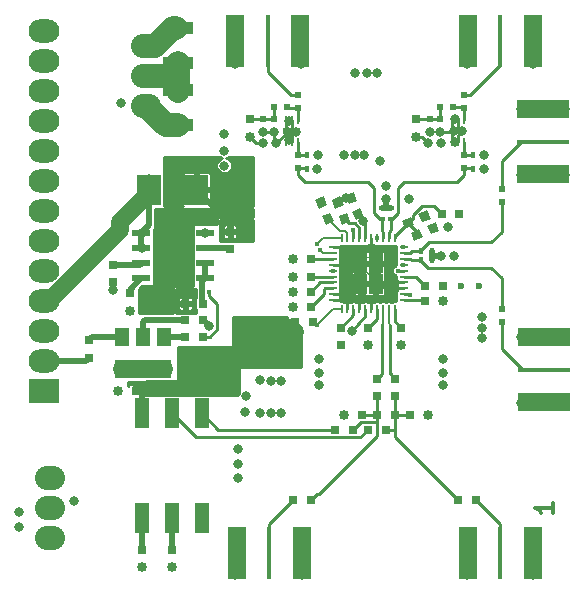
<source format=gbr>
G04 #@! TF.GenerationSoftware,KiCad,Pcbnew,5.0.2-bee76a0~70~ubuntu18.04.1*
G04 #@! TF.CreationDate,2020-07-03T21:26:00+02:00*
G04 #@! TF.ProjectId,lmx2594,6c6d7832-3539-4342-9e6b-696361645f70,rev?*
G04 #@! TF.SameCoordinates,PX463f660PY71d9820*
G04 #@! TF.FileFunction,Copper,L1,Top*
G04 #@! TF.FilePolarity,Positive*
%FSLAX46Y46*%
G04 Gerber Fmt 4.6, Leading zero omitted, Abs format (unit mm)*
G04 Created by KiCad (PCBNEW 5.0.2-bee76a0~70~ubuntu18.04.1) date fre  3 jul 2020 21:26:00*
%MOMM*%
%LPD*%
G01*
G04 APERTURE LIST*
G04 #@! TA.AperFunction,NonConductor*
%ADD10C,0.300000*%
G04 #@! TD*
G04 #@! TA.AperFunction,SMDPad,CuDef*
%ADD11R,1.550000X0.600000*%
G04 #@! TD*
G04 #@! TA.AperFunction,SMDPad,CuDef*
%ADD12R,1.175000X1.175000*%
G04 #@! TD*
G04 #@! TA.AperFunction,SMDPad,CuDef*
%ADD13R,1.300000X1.500000*%
G04 #@! TD*
G04 #@! TA.AperFunction,ComponentPad*
%ADD14R,2.600000X2.000000*%
G04 #@! TD*
G04 #@! TA.AperFunction,ComponentPad*
%ADD15O,2.600000X2.000000*%
G04 #@! TD*
G04 #@! TA.AperFunction,ComponentPad*
%ADD16O,2.540000X2.032000*%
G04 #@! TD*
G04 #@! TA.AperFunction,SMDPad,CuDef*
%ADD17R,1.300000X1.750000*%
G04 #@! TD*
G04 #@! TA.AperFunction,SMDPad,CuDef*
%ADD18R,0.800000X0.250000*%
G04 #@! TD*
G04 #@! TA.AperFunction,SMDPad,CuDef*
%ADD19R,0.250000X0.800000*%
G04 #@! TD*
G04 #@! TA.AperFunction,SMDPad,CuDef*
%ADD20C,0.750000*%
G04 #@! TD*
G04 #@! TA.AperFunction,Conductor*
%ADD21C,0.100000*%
G04 #@! TD*
G04 #@! TA.AperFunction,SMDPad,CuDef*
%ADD22R,0.750000X0.800000*%
G04 #@! TD*
G04 #@! TA.AperFunction,SMDPad,CuDef*
%ADD23R,0.800000X0.750000*%
G04 #@! TD*
G04 #@! TA.AperFunction,SMDPad,CuDef*
%ADD24R,0.500000X0.600000*%
G04 #@! TD*
G04 #@! TA.AperFunction,SMDPad,CuDef*
%ADD25R,0.600000X0.500000*%
G04 #@! TD*
G04 #@! TA.AperFunction,SMDPad,CuDef*
%ADD26R,2.000000X2.500000*%
G04 #@! TD*
G04 #@! TA.AperFunction,SMDPad,CuDef*
%ADD27R,0.600000X0.400000*%
G04 #@! TD*
G04 #@! TA.AperFunction,SMDPad,CuDef*
%ADD28R,0.400000X0.600000*%
G04 #@! TD*
G04 #@! TA.AperFunction,SMDPad,CuDef*
%ADD29R,1.270000X2.540000*%
G04 #@! TD*
G04 #@! TA.AperFunction,SMDPad,CuDef*
%ADD30R,0.250000X0.700000*%
G04 #@! TD*
G04 #@! TA.AperFunction,SMDPad,CuDef*
%ADD31R,0.710000X0.610000*%
G04 #@! TD*
G04 #@! TA.AperFunction,SMDPad,CuDef*
%ADD32R,1.500000X4.500000*%
G04 #@! TD*
G04 #@! TA.AperFunction,SMDPad,CuDef*
%ADD33R,0.400000X4.500000*%
G04 #@! TD*
G04 #@! TA.AperFunction,SMDPad,CuDef*
%ADD34R,4.500000X1.500000*%
G04 #@! TD*
G04 #@! TA.AperFunction,SMDPad,CuDef*
%ADD35R,4.500000X0.400000*%
G04 #@! TD*
G04 #@! TA.AperFunction,SMDPad,CuDef*
%ADD36R,2.500000X1.000000*%
G04 #@! TD*
G04 #@! TA.AperFunction,ViaPad*
%ADD37C,0.800000*%
G04 #@! TD*
G04 #@! TA.AperFunction,ViaPad*
%ADD38C,0.450000*%
G04 #@! TD*
G04 #@! TA.AperFunction,ViaPad*
%ADD39C,0.600000*%
G04 #@! TD*
G04 #@! TA.AperFunction,Conductor*
%ADD40C,0.250000*%
G04 #@! TD*
G04 #@! TA.AperFunction,Conductor*
%ADD41C,0.088900*%
G04 #@! TD*
G04 #@! TA.AperFunction,Conductor*
%ADD42C,0.500000*%
G04 #@! TD*
G04 #@! TA.AperFunction,Conductor*
%ADD43C,0.292100*%
G04 #@! TD*
G04 #@! TA.AperFunction,Conductor*
%ADD44C,1.500000*%
G04 #@! TD*
G04 #@! TA.AperFunction,Conductor*
%ADD45C,2.000000*%
G04 #@! TD*
G04 #@! TA.AperFunction,Conductor*
%ADD46C,1.000000*%
G04 #@! TD*
G04 #@! TA.AperFunction,Conductor*
%ADD47C,0.205000*%
G04 #@! TD*
G04 #@! TA.AperFunction,Conductor*
%ADD48C,0.254000*%
G04 #@! TD*
G04 APERTURE END LIST*
D10*
X46652571Y6778572D02*
X46652571Y5921429D01*
X46652571Y6350000D02*
X45152571Y6350000D01*
X45366857Y6207143D01*
X45509714Y6064286D01*
X45581142Y5921429D01*
D11*
G04 #@! TO.P,U5,1*
G04 #@! TO.N,/3V3*
X11778000Y29591000D03*
G04 #@! TO.P,U5,2*
X11778000Y28321000D03*
G04 #@! TO.P,U5,3*
G04 #@! TO.N,Net-(C45-Pad1)*
X11778000Y27051000D03*
G04 #@! TO.P,U5,4*
G04 #@! TO.N,Net-(R27-Pad1)*
X11778000Y25781000D03*
G04 #@! TO.P,U5,5*
G04 #@! TO.N,Net-(C44-Pad1)*
X17178000Y25781000D03*
G04 #@! TO.P,U5,6*
X17178000Y27051000D03*
G04 #@! TO.P,U5,7*
G04 #@! TO.N,Net-(C16-Pad1)*
X17178000Y28321000D03*
G04 #@! TO.P,U5,8*
G04 #@! TO.N,/5V*
X17178000Y29591000D03*
D12*
G04 #@! TO.P,U5,9*
G04 #@! TO.N,GND*
X15065500Y27098500D03*
X15065500Y28273500D03*
X13890500Y27098500D03*
X13890500Y28273500D03*
G04 #@! TD*
D13*
G04 #@! TO.P,D1,1*
G04 #@! TO.N,GND*
X13716000Y18128000D03*
G04 #@! TO.P,D1,2*
G04 #@! TO.N,Net-(D1-Pad2)*
X13716000Y20828000D03*
G04 #@! TD*
G04 #@! TO.P,D2,1*
G04 #@! TO.N,GND*
X10160000Y18128000D03*
G04 #@! TO.P,D2,2*
G04 #@! TO.N,Net-(D2-Pad2)*
X10160000Y20828000D03*
G04 #@! TD*
G04 #@! TO.P,D3,1*
G04 #@! TO.N,GND*
X11938000Y18128000D03*
G04 #@! TO.P,D3,2*
G04 #@! TO.N,Net-(D3-Pad2)*
X11938000Y20828000D03*
G04 #@! TD*
D14*
G04 #@! TO.P,J3,1*
G04 #@! TO.N,/VIN*
X3556000Y16256000D03*
D15*
G04 #@! TO.P,J3,2*
G04 #@! TO.N,/5V_unfilt*
X3556000Y18796000D03*
G04 #@! TO.P,J3,3*
G04 #@! TO.N,GND*
X3556000Y21336000D03*
G04 #@! TO.P,J3,4*
G04 #@! TO.N,/3V3*
X3556000Y23876000D03*
G04 #@! TO.P,J3,5*
G04 #@! TO.N,/SYNC*
X3556000Y26416000D03*
G04 #@! TO.P,J3,6*
G04 #@! TO.N,/CE*
X3556000Y28956000D03*
G04 #@! TO.P,J3,7*
G04 #@! TO.N,/RAMPDIR*
X3556000Y31496000D03*
G04 #@! TO.P,J3,8*
G04 #@! TO.N,/RAMPCLK*
X3556000Y34036000D03*
G04 #@! TO.P,J3,9*
G04 #@! TO.N,/SCK*
X3556000Y36576000D03*
G04 #@! TO.P,J3,10*
G04 #@! TO.N,/SDI*
X3556000Y39116000D03*
G04 #@! TO.P,J3,11*
G04 #@! TO.N,/MUX*
X3556000Y41656000D03*
G04 #@! TO.P,J3,12*
G04 #@! TO.N,/CSB*
X3556000Y44196000D03*
G04 #@! TO.P,J3,13*
G04 #@! TO.N,/SYSREFREQ*
X3556000Y46736000D03*
G04 #@! TD*
D16*
G04 #@! TO.P,U1,2*
G04 #@! TO.N,GND*
X12192000Y42926000D03*
G04 #@! TO.P,U1,3*
G04 #@! TO.N,/9V*
X12192000Y45466000D03*
G04 #@! TO.P,U1,1*
G04 #@! TO.N,/VIN*
X12192000Y40386000D03*
G04 #@! TD*
D17*
G04 #@! TO.P,U3,41*
G04 #@! TO.N,GND*
X30338000Y27037000D03*
X31638000Y27037000D03*
X31638000Y25287000D03*
X30338000Y25287000D03*
D18*
G04 #@! TO.P,U3,40*
X27988000Y23912000D03*
G04 #@! TO.P,U3,39*
X27988000Y24412000D03*
G04 #@! TO.P,U3,38*
G04 #@! TO.N,Net-(C35-Pad1)*
X27988000Y24912000D03*
G04 #@! TO.P,U3,37*
G04 #@! TO.N,/VCC*
X27988000Y25412000D03*
G04 #@! TO.P,U3,36*
G04 #@! TO.N,Net-(C34-Pad1)*
X27988000Y25912000D03*
G04 #@! TO.P,U3,35*
G04 #@! TO.N,/VTUNE*
X27988000Y26412000D03*
G04 #@! TO.P,U3,34*
G04 #@! TO.N,GND*
X27988000Y26912000D03*
G04 #@! TO.P,U3,33*
G04 #@! TO.N,Net-(C39-Pad1)*
X27988000Y27412000D03*
G04 #@! TO.P,U3,32*
G04 #@! TO.N,/RAMPDIR*
X27988000Y27912000D03*
G04 #@! TO.P,U3,31*
G04 #@! TO.N,GND*
X27988000Y28412000D03*
D19*
G04 #@! TO.P,U3,30*
G04 #@! TO.N,/RAMPCLK*
X28738000Y29162000D03*
G04 #@! TO.P,U3,29*
G04 #@! TO.N,Net-(C36-Pad1)*
X29238000Y29162000D03*
G04 #@! TO.P,U3,28*
G04 #@! TO.N,Net-(U3-Pad28)*
X29738000Y29162000D03*
G04 #@! TO.P,U3,27*
G04 #@! TO.N,Net-(C38-Pad1)*
X30238000Y29162000D03*
G04 #@! TO.P,U3,26*
G04 #@! TO.N,/VCC*
X30738000Y29162000D03*
G04 #@! TO.P,U3,25*
G04 #@! TO.N,GND*
X31238000Y29162000D03*
G04 #@! TO.P,U3,24*
G04 #@! TO.N,/CSB*
X31738000Y29162000D03*
G04 #@! TO.P,U3,23*
G04 #@! TO.N,/RFOUT_A_P*
X32238000Y29162000D03*
G04 #@! TO.P,U3,22*
G04 #@! TO.N,/RFOUT_A_N*
X32738000Y29162000D03*
G04 #@! TO.P,U3,21*
G04 #@! TO.N,Net-(C19-Pad2)*
X33238000Y29162000D03*
D18*
G04 #@! TO.P,U3,20*
G04 #@! TO.N,/MUX*
X33988000Y28412000D03*
G04 #@! TO.P,U3,19*
G04 #@! TO.N,/RFOUT_B_P*
X33988000Y27912000D03*
G04 #@! TO.P,U3,18*
G04 #@! TO.N,/RFOUT_B_N*
X33988000Y27412000D03*
G04 #@! TO.P,U3,17*
G04 #@! TO.N,/SDI*
X33988000Y26912000D03*
G04 #@! TO.P,U3,16*
G04 #@! TO.N,/SCK*
X33988000Y26412000D03*
G04 #@! TO.P,U3,15*
G04 #@! TO.N,/VCC*
X33988000Y25912000D03*
G04 #@! TO.P,U3,14*
G04 #@! TO.N,GND*
X33988000Y25412000D03*
G04 #@! TO.P,U3,13*
X33988000Y24912000D03*
G04 #@! TO.P,U3,12*
G04 #@! TO.N,/CPOUT*
X33988000Y24412000D03*
G04 #@! TO.P,U3,11*
G04 #@! TO.N,/VCC*
X33988000Y23912000D03*
D19*
G04 #@! TO.P,U3,10*
G04 #@! TO.N,Net-(C32-Pad1)*
X33238000Y23162000D03*
G04 #@! TO.P,U3,9*
G04 #@! TO.N,/OSCIN_N*
X32738000Y23162000D03*
G04 #@! TO.P,U3,8*
G04 #@! TO.N,/OSCIN_P*
X32238000Y23162000D03*
G04 #@! TO.P,U3,7*
G04 #@! TO.N,/VCC*
X31738000Y23162000D03*
G04 #@! TO.P,U3,6*
G04 #@! TO.N,GND*
X31238000Y23162000D03*
G04 #@! TO.P,U3,5*
G04 #@! TO.N,/SYNC*
X30738000Y23162000D03*
G04 #@! TO.P,U3,4*
G04 #@! TO.N,GND*
X30238000Y23162000D03*
G04 #@! TO.P,U3,3*
G04 #@! TO.N,Net-(C37-Pad1)*
X29738000Y23162000D03*
G04 #@! TO.P,U3,2*
G04 #@! TO.N,GND*
X29238000Y23162000D03*
G04 #@! TO.P,U3,1*
G04 #@! TO.N,/CE*
X28738000Y23162000D03*
G04 #@! TD*
D20*
G04 #@! TO.P,C19,2*
G04 #@! TO.N,Net-(C19-Pad2)*
X34371090Y30446987D03*
D21*
G04 #@! TD*
G04 #@! TO.N,Net-(C19-Pad2)*
G04 #@! TO.C,C19*
G36*
X34597136Y30946515D02*
X34884148Y30253606D01*
X34145044Y29947459D01*
X33858032Y30640368D01*
X34597136Y30946515D01*
X34597136Y30946515D01*
G37*
D20*
G04 #@! TO.P,C19,1*
G04 #@! TO.N,GND*
X35756910Y31021013D03*
D21*
G04 #@! TD*
G04 #@! TO.N,GND*
G04 #@! TO.C,C19*
G36*
X35982956Y31520541D02*
X36269968Y30827632D01*
X35530864Y30521485D01*
X35243852Y31214394D01*
X35982956Y31520541D01*
X35982956Y31520541D01*
G37*
D22*
G04 #@! TO.P,C21,2*
G04 #@! TO.N,GND*
X30988000Y20078000D03*
G04 #@! TO.P,C21,1*
G04 #@! TO.N,/VCC*
X30988000Y21578000D03*
G04 #@! TD*
D23*
G04 #@! TO.P,C22,2*
G04 #@! TO.N,GND*
X37326000Y23876000D03*
G04 #@! TO.P,C22,1*
G04 #@! TO.N,/VCC*
X35826000Y23876000D03*
G04 #@! TD*
G04 #@! TO.P,C23,2*
G04 #@! TO.N,GND*
X37326000Y25146000D03*
G04 #@! TO.P,C23,1*
G04 #@! TO.N,/VCC*
X35826000Y25146000D03*
G04 #@! TD*
D20*
G04 #@! TO.P,C24,2*
G04 #@! TO.N,GND*
X29557987Y32569910D03*
D21*
G04 #@! TD*
G04 #@! TO.N,GND*
G04 #@! TO.C,C24*
G36*
X30057515Y32343864D02*
X29364606Y32056852D01*
X29058459Y32795956D01*
X29751368Y33082968D01*
X30057515Y32343864D01*
X30057515Y32343864D01*
G37*
D20*
G04 #@! TO.P,C24,1*
G04 #@! TO.N,/VCC*
X30132013Y31184090D03*
D21*
G04 #@! TD*
G04 #@! TO.N,/VCC*
G04 #@! TO.C,C24*
G36*
X30631541Y30958044D02*
X29938632Y30671032D01*
X29632485Y31410136D01*
X30325394Y31697148D01*
X30631541Y30958044D01*
X30631541Y30958044D01*
G37*
D23*
G04 #@! TO.P,C25,2*
G04 #@! TO.N,GND*
X24650000Y24638000D03*
G04 #@! TO.P,C25,1*
G04 #@! TO.N,/VCC*
X26150000Y24638000D03*
G04 #@! TD*
D22*
G04 #@! TO.P,C32,2*
G04 #@! TO.N,GND*
X33782000Y20078000D03*
G04 #@! TO.P,C32,1*
G04 #@! TO.N,Net-(C32-Pad1)*
X33782000Y21578000D03*
G04 #@! TD*
D23*
G04 #@! TO.P,C34,2*
G04 #@! TO.N,GND*
X24650000Y25908000D03*
G04 #@! TO.P,C34,1*
G04 #@! TO.N,Net-(C34-Pad1)*
X26150000Y25908000D03*
G04 #@! TD*
G04 #@! TO.P,C35,2*
G04 #@! TO.N,GND*
X24662000Y23368000D03*
G04 #@! TO.P,C35,1*
G04 #@! TO.N,Net-(C35-Pad1)*
X26162000Y23368000D03*
G04 #@! TD*
D20*
G04 #@! TO.P,C38,2*
G04 #@! TO.N,GND*
X28414987Y32188910D03*
D21*
G04 #@! TD*
G04 #@! TO.N,GND*
G04 #@! TO.C,C38*
G36*
X28914515Y31962864D02*
X28221606Y31675852D01*
X27915459Y32414956D01*
X28608368Y32701968D01*
X28914515Y31962864D01*
X28914515Y31962864D01*
G37*
D20*
G04 #@! TO.P,C38,1*
G04 #@! TO.N,Net-(C38-Pad1)*
X28989013Y30803090D03*
D21*
G04 #@! TD*
G04 #@! TO.N,Net-(C38-Pad1)*
G04 #@! TO.C,C38*
G36*
X29488541Y30577044D02*
X28795632Y30290032D01*
X28489485Y31029136D01*
X29182394Y31316148D01*
X29488541Y30577044D01*
X29488541Y30577044D01*
G37*
D23*
G04 #@! TO.P,C40,2*
G04 #@! TO.N,Net-(C40-Pad2)*
X24650000Y6973000D03*
G04 #@! TO.P,C40,1*
G04 #@! TO.N,Net-(C40-Pad1)*
X26150000Y6973000D03*
G04 #@! TD*
D22*
G04 #@! TO.P,C41,2*
G04 #@! TO.N,Net-(C40-Pad1)*
X31750000Y15760000D03*
G04 #@! TO.P,C41,1*
G04 #@! TO.N,/OSCIN_P*
X31750000Y17260000D03*
G04 #@! TD*
D23*
G04 #@! TO.P,C42,2*
G04 #@! TO.N,Net-(C42-Pad2)*
X40120000Y6985000D03*
G04 #@! TO.P,C42,1*
G04 #@! TO.N,Net-(C42-Pad1)*
X38620000Y6985000D03*
G04 #@! TD*
D22*
G04 #@! TO.P,C43,2*
G04 #@! TO.N,Net-(C42-Pad1)*
X33274000Y15760000D03*
G04 #@! TO.P,C43,1*
G04 #@! TO.N,/OSCIN_N*
X33274000Y17260000D03*
G04 #@! TD*
D23*
G04 #@! TO.P,R4,2*
G04 #@! TO.N,/MUX*
X17006000Y20828000D03*
G04 #@! TO.P,R4,1*
G04 #@! TO.N,Net-(D1-Pad2)*
X15506000Y20828000D03*
G04 #@! TD*
D22*
G04 #@! TO.P,R5,2*
G04 #@! TO.N,/5V_unfilt*
X7366000Y19050000D03*
G04 #@! TO.P,R5,1*
G04 #@! TO.N,Net-(D2-Pad2)*
X7366000Y20550000D03*
G04 #@! TD*
G04 #@! TO.P,R6,2*
G04 #@! TO.N,GND*
X14351000Y1294000D03*
G04 #@! TO.P,R6,1*
G04 #@! TO.N,Net-(R6-Pad1)*
X14351000Y2794000D03*
G04 #@! TD*
D23*
G04 #@! TO.P,R9,2*
G04 #@! TO.N,/3V3*
X16994000Y22225000D03*
G04 #@! TO.P,R9,1*
G04 #@! TO.N,Net-(D3-Pad2)*
X15494000Y22225000D03*
G04 #@! TD*
G04 #@! TO.P,R10,2*
G04 #@! TO.N,Net-(R10-Pad2)*
X28206000Y12954000D03*
G04 #@! TO.P,R10,1*
G04 #@! TO.N,Net-(C40-Pad1)*
X29706000Y12954000D03*
G04 #@! TD*
G04 #@! TO.P,R21,2*
G04 #@! TO.N,Net-(C42-Pad1)*
X33262000Y14224000D03*
G04 #@! TO.P,R21,1*
G04 #@! TO.N,Net-(C40-Pad1)*
X31762000Y14224000D03*
G04 #@! TD*
G04 #@! TO.P,R3,2*
G04 #@! TO.N,Net-(C40-Pad1)*
X30468000Y14224000D03*
G04 #@! TO.P,R3,1*
G04 #@! TO.N,GND*
X28968000Y14224000D03*
G04 #@! TD*
G04 #@! TO.P,R8,2*
G04 #@! TO.N,GND*
X36044000Y14224000D03*
G04 #@! TO.P,R8,1*
G04 #@! TO.N,Net-(C42-Pad1)*
X34544000Y14224000D03*
G04 #@! TD*
G04 #@! TO.P,R23,2*
G04 #@! TO.N,/CE*
X26277000Y22098000D03*
G04 #@! TO.P,R23,1*
G04 #@! TO.N,/VCC*
X24777000Y22098000D03*
G04 #@! TD*
G04 #@! TO.P,R24,2*
G04 #@! TO.N,Net-(R24-Pad2)*
X31000000Y12954000D03*
G04 #@! TO.P,R24,1*
G04 #@! TO.N,Net-(C42-Pad1)*
X32500000Y12954000D03*
G04 #@! TD*
G04 #@! TO.P,R25,2*
G04 #@! TO.N,Net-(C19-Pad2)*
X37211000Y31242000D03*
G04 #@! TO.P,R25,1*
G04 #@! TO.N,/VRF*
X38711000Y31242000D03*
G04 #@! TD*
D20*
G04 #@! TO.P,R26,2*
G04 #@! TO.N,Net-(C19-Pad2)*
X35109090Y29430987D03*
D21*
G04 #@! TD*
G04 #@! TO.N,Net-(C19-Pad2)*
G04 #@! TO.C,R26*
G36*
X35335136Y29930515D02*
X35622148Y29237606D01*
X34883044Y28931459D01*
X34596032Y29624368D01*
X35335136Y29930515D01*
X35335136Y29930515D01*
G37*
D20*
G04 #@! TO.P,R26,1*
G04 #@! TO.N,/VCC*
X36494910Y30005013D03*
D21*
G04 #@! TD*
G04 #@! TO.N,/VCC*
G04 #@! TO.C,R26*
G36*
X36720956Y30504541D02*
X37007968Y29811632D01*
X36268864Y29505485D01*
X35981852Y30198394D01*
X36720956Y30504541D01*
X36720956Y30504541D01*
G37*
D22*
G04 #@! TO.P,C9,2*
G04 #@! TO.N,GND*
X11811000Y1294000D03*
G04 #@! TO.P,C9,1*
G04 #@! TO.N,Net-(C9-Pad1)*
X11811000Y2794000D03*
G04 #@! TD*
D24*
G04 #@! TO.P,C17,1*
G04 #@! TO.N,Net-(C17-Pad1)*
X25019000Y36195000D03*
G04 #@! TO.P,C17,2*
G04 #@! TO.N,/RFOUT_A_P*
X25019000Y35095000D03*
G04 #@! TD*
G04 #@! TO.P,C18,1*
G04 #@! TO.N,GND*
X32512000Y33570000D03*
G04 #@! TO.P,C18,2*
G04 #@! TO.N,/RFA_BIAS*
X32512000Y32470000D03*
G04 #@! TD*
G04 #@! TO.P,C20,1*
G04 #@! TO.N,Net-(C20-Pad1)*
X39116000Y36195000D03*
G04 #@! TO.P,C20,2*
G04 #@! TO.N,/RFOUT_A_N*
X39116000Y35095000D03*
G04 #@! TD*
G04 #@! TO.P,C26,1*
G04 #@! TO.N,Net-(C26-Pad1)*
X42291000Y22056000D03*
G04 #@! TO.P,C26,2*
G04 #@! TO.N,/RFOUT_B_N*
X42291000Y23156000D03*
G04 #@! TD*
D25*
G04 #@! TO.P,C27,1*
G04 #@! TO.N,GND*
X38269000Y27686000D03*
G04 #@! TO.P,C27,2*
G04 #@! TO.N,/RFB_BIAS*
X37169000Y27686000D03*
G04 #@! TD*
D26*
G04 #@! TO.P,C46,1*
G04 #@! TO.N,/3V3*
X12446000Y33274000D03*
G04 #@! TO.P,C46,2*
G04 #@! TO.N,GND*
X16446000Y33274000D03*
G04 #@! TD*
D24*
G04 #@! TO.P,C50,1*
G04 #@! TO.N,GND*
X22098000Y38143000D03*
G04 #@! TO.P,C50,2*
G04 #@! TO.N,Net-(C50-Pad2)*
X22098000Y39243000D03*
G04 #@! TD*
G04 #@! TO.P,C51,1*
G04 #@! TO.N,Net-(C51-Pad1)*
X25019000Y41275000D03*
G04 #@! TO.P,C51,2*
G04 #@! TO.N,Net-(C51-Pad2)*
X25019000Y40175000D03*
G04 #@! TD*
G04 #@! TO.P,C52,1*
G04 #@! TO.N,GND*
X37084000Y38143000D03*
G04 #@! TO.P,C52,2*
G04 #@! TO.N,Net-(C52-Pad2)*
X37084000Y39243000D03*
G04 #@! TD*
G04 #@! TO.P,C53,1*
G04 #@! TO.N,Net-(C53-Pad1)*
X39116000Y41317000D03*
G04 #@! TO.P,C53,2*
G04 #@! TO.N,Net-(C53-Pad2)*
X39116000Y40217000D03*
G04 #@! TD*
D25*
G04 #@! TO.P,L2,1*
G04 #@! TO.N,Net-(C50-Pad2)*
X22987000Y40259000D03*
G04 #@! TO.P,L2,2*
G04 #@! TO.N,Net-(C51-Pad2)*
X24087000Y40259000D03*
G04 #@! TD*
G04 #@! TO.P,L4,1*
G04 #@! TO.N,Net-(C52-Pad2)*
X37084000Y40259000D03*
G04 #@! TO.P,L4,2*
G04 #@! TO.N,Net-(C53-Pad2)*
X38184000Y40259000D03*
G04 #@! TD*
D27*
G04 #@! TO.P,R11,1*
G04 #@! TO.N,/RFOUT_A_P*
X32131000Y30792000D03*
G04 #@! TO.P,R11,2*
G04 #@! TO.N,/RFA_BIAS*
X32131000Y31692000D03*
G04 #@! TD*
G04 #@! TO.P,R12,1*
G04 #@! TO.N,/RFA_BIAS*
X32893000Y31692000D03*
G04 #@! TO.P,R12,2*
G04 #@! TO.N,/RFOUT_A_N*
X32893000Y30792000D03*
G04 #@! TD*
D28*
G04 #@! TO.P,R13,1*
G04 #@! TO.N,/RFOUT_B_N*
X35491000Y27305000D03*
G04 #@! TO.P,R13,2*
G04 #@! TO.N,/RFB_BIAS*
X36391000Y27305000D03*
G04 #@! TD*
G04 #@! TO.P,R16,1*
G04 #@! TO.N,/RFB_BIAS*
X36391000Y28067000D03*
G04 #@! TO.P,R16,2*
G04 #@! TO.N,/RFOUT_B_P*
X35491000Y28067000D03*
G04 #@! TD*
D22*
G04 #@! TO.P,R27,2*
G04 #@! TO.N,/5V*
X10795000Y22999000D03*
G04 #@! TO.P,R27,1*
G04 #@! TO.N,Net-(R27-Pad1)*
X10795000Y24499000D03*
G04 #@! TD*
G04 #@! TO.P,R28,2*
G04 #@! TO.N,/9V*
X20955000Y37743000D03*
G04 #@! TO.P,R28,1*
G04 #@! TO.N,Net-(C50-Pad2)*
X20955000Y39243000D03*
G04 #@! TD*
G04 #@! TO.P,R29,2*
G04 #@! TO.N,/9V*
X35052000Y37743000D03*
G04 #@! TO.P,R29,1*
G04 #@! TO.N,Net-(C52-Pad2)*
X35052000Y39243000D03*
G04 #@! TD*
D29*
G04 #@! TO.P,U2,1*
G04 #@! TO.N,Net-(C9-Pad1)*
X11811000Y5461000D03*
G04 #@! TO.P,U2,2*
G04 #@! TO.N,Net-(R6-Pad1)*
X14351000Y5461000D03*
G04 #@! TO.P,U2,3*
G04 #@! TO.N,GND*
X16891000Y5461000D03*
G04 #@! TO.P,U2,4*
G04 #@! TO.N,Net-(R10-Pad2)*
X16891000Y14361000D03*
G04 #@! TO.P,U2,5*
G04 #@! TO.N,Net-(R24-Pad2)*
X14351000Y14361000D03*
G04 #@! TO.P,U2,6*
G04 #@! TO.N,/VCC*
X11811000Y14361000D03*
G04 #@! TD*
D16*
G04 #@! TO.P,U4,2*
G04 #@! TO.N,GND*
X4064000Y6350000D03*
G04 #@! TO.P,U4,3*
G04 #@! TO.N,/5V_unfilt*
X4064000Y8890000D03*
G04 #@! TO.P,U4,1*
G04 #@! TO.N,/VIN*
X4064000Y3810000D03*
G04 #@! TD*
D30*
G04 #@! TO.P,U6,1*
G04 #@! TO.N,GND*
X24011000Y37302000D03*
G04 #@! TO.P,U6,2*
X24511000Y37302000D03*
G04 #@! TO.P,U6,3*
G04 #@! TO.N,Net-(C17-Pad1)*
X25011000Y37302000D03*
G04 #@! TO.P,U6,4*
G04 #@! TO.N,Net-(C51-Pad2)*
X25011000Y39152000D03*
G04 #@! TO.P,U6,5*
G04 #@! TO.N,GND*
X24511000Y39152000D03*
G04 #@! TO.P,U6,6*
X24011000Y39152000D03*
D31*
G04 #@! TO.P,U6,7*
X24866000Y38227000D03*
X24156000Y38227000D03*
G04 #@! TD*
D30*
G04 #@! TO.P,U7,1*
G04 #@! TO.N,GND*
X38108000Y37302000D03*
G04 #@! TO.P,U7,2*
X38608000Y37302000D03*
G04 #@! TO.P,U7,3*
G04 #@! TO.N,Net-(C20-Pad1)*
X39108000Y37302000D03*
G04 #@! TO.P,U7,4*
G04 #@! TO.N,Net-(C53-Pad2)*
X39108000Y39152000D03*
G04 #@! TO.P,U7,5*
G04 #@! TO.N,GND*
X38608000Y39152000D03*
G04 #@! TO.P,U7,6*
X38108000Y39152000D03*
D31*
G04 #@! TO.P,U7,7*
X38963000Y38227000D03*
X38253000Y38227000D03*
G04 #@! TD*
D32*
G04 #@! TO.P,J1,2*
G04 #@! TO.N,GND*
X19729000Y45879000D03*
X25229000Y45879000D03*
D33*
G04 #@! TO.P,J1,1*
G04 #@! TO.N,Net-(C51-Pad1)*
X22479000Y45879000D03*
G04 #@! TD*
D32*
G04 #@! TO.P,J2,2*
G04 #@! TO.N,GND*
X39414000Y45879000D03*
X44914000Y45879000D03*
D33*
G04 #@! TO.P,J2,1*
G04 #@! TO.N,Net-(C53-Pad1)*
X42164000Y45879000D03*
G04 #@! TD*
D34*
G04 #@! TO.P,J4,2*
G04 #@! TO.N,GND*
X45879000Y20784000D03*
X45879000Y15284000D03*
D35*
G04 #@! TO.P,J4,1*
G04 #@! TO.N,Net-(C26-Pad1)*
X45879000Y18034000D03*
G04 #@! TD*
D34*
G04 #@! TO.P,J5,2*
G04 #@! TO.N,GND*
X45752000Y40088000D03*
X45752000Y34588000D03*
D35*
G04 #@! TO.P,J5,1*
G04 #@! TO.N,Net-(C33-Pad1)*
X45752000Y37338000D03*
G04 #@! TD*
D32*
G04 #@! TO.P,J7,2*
G04 #@! TO.N,GND*
X25356000Y2508000D03*
X19856000Y2508000D03*
D33*
G04 #@! TO.P,J7,1*
G04 #@! TO.N,Net-(C40-Pad2)*
X22606000Y2508000D03*
G04 #@! TD*
D32*
G04 #@! TO.P,J9,2*
G04 #@! TO.N,GND*
X44914000Y2508000D03*
X39414000Y2508000D03*
D33*
G04 #@! TO.P,J9,1*
G04 #@! TO.N,Net-(C42-Pad2)*
X42164000Y2508000D03*
G04 #@! TD*
D24*
G04 #@! TO.P,C55,1*
G04 #@! TO.N,GND*
X22987000Y38143000D03*
G04 #@! TO.P,C55,2*
G04 #@! TO.N,Net-(C50-Pad2)*
X22987000Y39243000D03*
G04 #@! TD*
D25*
G04 #@! TO.P,C56,1*
G04 #@! TO.N,GND*
X23198000Y37211000D03*
G04 #@! TO.P,C56,2*
G04 #@! TO.N,/9V*
X22098000Y37211000D03*
G04 #@! TD*
G04 #@! TO.P,C57,1*
G04 #@! TO.N,GND*
X37168000Y37211000D03*
G04 #@! TO.P,C57,2*
G04 #@! TO.N,/9V*
X36068000Y37211000D03*
G04 #@! TD*
D24*
G04 #@! TO.P,C58,1*
G04 #@! TO.N,GND*
X36195000Y38143000D03*
G04 #@! TO.P,C58,2*
G04 #@! TO.N,Net-(C52-Pad2)*
X36195000Y39243000D03*
G04 #@! TD*
G04 #@! TO.P,C33,1*
G04 #@! TO.N,Net-(C33-Pad1)*
X42291000Y33316000D03*
G04 #@! TO.P,C33,2*
G04 #@! TO.N,/RFOUT_B_P*
X42291000Y32216000D03*
G04 #@! TD*
D22*
G04 #@! TO.P,C16,2*
G04 #@! TO.N,GND*
X19304000Y29718000D03*
G04 #@! TO.P,C16,1*
G04 #@! TO.N,Net-(C16-Pad1)*
X19304000Y28218000D03*
G04 #@! TD*
G04 #@! TO.P,C45,2*
G04 #@! TO.N,GND*
X9398000Y25424000D03*
G04 #@! TO.P,C45,1*
G04 #@! TO.N,Net-(C45-Pad1)*
X9398000Y26924000D03*
G04 #@! TD*
D23*
G04 #@! TO.P,C44,2*
G04 #@! TO.N,GND*
X15518000Y23622000D03*
G04 #@! TO.P,C44,1*
G04 #@! TO.N,Net-(C44-Pad1)*
X17018000Y23622000D03*
G04 #@! TD*
G04 #@! TO.P,C59,2*
G04 #@! TO.N,GND*
X9791000Y16256000D03*
G04 #@! TO.P,C59,1*
G04 #@! TO.N,/VCC*
X11291000Y16256000D03*
G04 #@! TD*
D36*
G04 #@! TO.P,C10,1*
G04 #@! TO.N,/VIN*
X14859000Y38735000D03*
G04 #@! TO.P,C10,2*
G04 #@! TO.N,GND*
X14859000Y41735000D03*
G04 #@! TD*
G04 #@! TO.P,C15,1*
G04 #@! TO.N,/9V*
X14859000Y46966000D03*
G04 #@! TO.P,C15,2*
G04 #@! TO.N,GND*
X14859000Y43966000D03*
G04 #@! TD*
D20*
G04 #@! TO.P,C36,2*
G04 #@! TO.N,GND*
X27017987Y32188910D03*
D21*
G04 #@! TD*
G04 #@! TO.N,GND*
G04 #@! TO.C,C36*
G36*
X27517515Y31962864D02*
X26824606Y31675852D01*
X26518459Y32414956D01*
X27211368Y32701968D01*
X27517515Y31962864D01*
X27517515Y31962864D01*
G37*
D20*
G04 #@! TO.P,C36,1*
G04 #@! TO.N,Net-(C36-Pad1)*
X27592013Y30803090D03*
D21*
G04 #@! TD*
G04 #@! TO.N,Net-(C36-Pad1)*
G04 #@! TO.C,C36*
G36*
X28091541Y30577044D02*
X27398632Y30290032D01*
X27092485Y31029136D01*
X27785394Y31316148D01*
X28091541Y30577044D01*
X28091541Y30577044D01*
G37*
D22*
G04 #@! TO.P,C37,2*
G04 #@! TO.N,GND*
X28702000Y20090000D03*
G04 #@! TO.P,C37,1*
G04 #@! TO.N,Net-(C37-Pad1)*
X28702000Y21590000D03*
G04 #@! TD*
D23*
G04 #@! TO.P,C39,2*
G04 #@! TO.N,GND*
X24650000Y27432000D03*
G04 #@! TO.P,C39,1*
G04 #@! TO.N,Net-(C39-Pad1)*
X26150000Y27432000D03*
G04 #@! TD*
D28*
G04 #@! TO.P,R18,1*
G04 #@! TO.N,GND*
X26681000Y35052000D03*
G04 #@! TO.P,R18,2*
G04 #@! TO.N,/RFOUT_A_P*
X25781000Y35052000D03*
G04 #@! TD*
G04 #@! TO.P,R19,1*
G04 #@! TO.N,/RFOUT_A_N*
X39878000Y35052000D03*
G04 #@! TO.P,R19,2*
G04 #@! TO.N,GND*
X40778000Y35052000D03*
G04 #@! TD*
G04 #@! TO.P,R20,2*
G04 #@! TO.N,Net-(C17-Pad1)*
X25781000Y36195000D03*
G04 #@! TO.P,R20,1*
G04 #@! TO.N,GND*
X26681000Y36195000D03*
G04 #@! TD*
G04 #@! TO.P,R22,2*
G04 #@! TO.N,GND*
X40778000Y36195000D03*
G04 #@! TO.P,R22,1*
G04 #@! TO.N,Net-(C20-Pad1)*
X39878000Y36195000D03*
G04 #@! TD*
D37*
G04 #@! TO.N,GND*
X36044000Y14224000D03*
X28968000Y14224000D03*
D38*
X31242000Y25019000D03*
D37*
X24650000Y27432000D03*
X24662000Y23368000D03*
X24650000Y24638000D03*
X24650000Y25908000D03*
X37326000Y23876000D03*
X30988000Y20078000D03*
X33782000Y20078000D03*
D38*
X28702000Y20090000D03*
X31242000Y25654000D03*
X30607000Y26289000D03*
X29972000Y27559000D03*
X30607000Y27559000D03*
X31242000Y27559000D03*
X31877000Y27559000D03*
X29972000Y26924000D03*
X31877000Y26924000D03*
X31242000Y26924000D03*
X30607000Y26924000D03*
X29972000Y26289000D03*
X31877000Y26289000D03*
X31242000Y26289000D03*
X30607000Y25654000D03*
X31877000Y25654000D03*
X29972000Y25654000D03*
X29972000Y25019000D03*
X31877000Y25019000D03*
X30607000Y25019000D03*
D39*
X37326000Y25146000D03*
X40374000Y25146000D03*
X35756910Y31021013D03*
D37*
X44914000Y45879000D03*
X45752000Y40088000D03*
X39414000Y45879000D03*
X25229000Y45879000D03*
X19729000Y45879000D03*
X14859000Y43966000D03*
X14859000Y41735000D03*
X16446000Y33274000D03*
X9397376Y24764376D03*
X45879000Y20784000D03*
X45879000Y15284000D03*
X44914000Y2508000D03*
X39414000Y2508000D03*
X25356000Y2508000D03*
X19856000Y2508000D03*
X6096000Y6882000D03*
X24874000Y38191000D03*
X24164000Y38191000D03*
X22987000Y38143000D03*
X22098000Y38143000D03*
X24257000Y39116000D03*
X24257000Y37478002D03*
X23198000Y37211000D03*
X38963000Y38227000D03*
X38253000Y38227000D03*
X38354000Y37338000D03*
X38354000Y39243000D03*
X37168000Y37211000D03*
X37084000Y38143000D03*
X36195000Y38143000D03*
X45752000Y34588000D03*
X22733000Y17106950D03*
X20651845Y15783626D03*
X32512000Y33570000D03*
X38269000Y27686000D03*
X1397000Y4675000D03*
X1397000Y5993000D03*
X30861000Y43156000D03*
X32004000Y35699000D03*
X40616000Y21590000D03*
X14478000Y27686000D03*
X15367000Y27686000D03*
X13589000Y27686000D03*
X13589000Y26797000D03*
X14478000Y26797000D03*
X15367000Y26797000D03*
X15367000Y28575000D03*
X14478000Y28575000D03*
X13589000Y28575000D03*
X16383000Y32385000D03*
X16383000Y34163000D03*
X19685000Y43942000D03*
X19685000Y44958000D03*
X19685000Y47625000D03*
X19685000Y46736000D03*
X25273000Y47625000D03*
X25273000Y46736000D03*
X25273000Y44958000D03*
X25273000Y43942000D03*
X29090949Y32569910D03*
X28414987Y32188910D03*
X27017987Y32188910D03*
X39370000Y47625000D03*
X39370000Y43942000D03*
X39370000Y44958000D03*
X39370000Y46736000D03*
X44958000Y47625000D03*
X44958000Y43942000D03*
X44958000Y44958000D03*
X44958000Y46736000D03*
X47625000Y40132000D03*
X46736000Y40132000D03*
X43942000Y40132000D03*
X44831000Y40132000D03*
X47625000Y34544000D03*
X43942000Y34544000D03*
X44831000Y34544000D03*
X46736000Y34544000D03*
X47625000Y20828000D03*
X43942000Y20828000D03*
X44831000Y20828000D03*
X46736000Y20828000D03*
X47625000Y15240000D03*
X46736000Y15240000D03*
X44831000Y15240000D03*
X43942000Y15240000D03*
X44958000Y635000D03*
X44958000Y1524000D03*
X44958000Y4318000D03*
X44958000Y3429000D03*
X39370000Y635000D03*
X39370000Y1524000D03*
X39370000Y3429000D03*
X39370000Y4318000D03*
X25400000Y635000D03*
X25400000Y1524000D03*
X25400000Y4318000D03*
X25400000Y3429000D03*
X19685000Y635000D03*
X19685000Y1524000D03*
X19685000Y3429000D03*
X19685000Y4318000D03*
X15748000Y43942000D03*
X15748000Y41783000D03*
X11938000Y18161000D03*
X23622000Y17106950D03*
X21844000Y17145000D03*
X31750000Y43180000D03*
X29845000Y43180000D03*
X40640000Y22479000D03*
X40640000Y20701000D03*
X9779000Y16256000D03*
X14351000Y1294000D03*
X11811000Y1294000D03*
X16891000Y5461000D03*
X26670000Y35052000D03*
X40767000Y36195000D03*
X40767000Y35052000D03*
G04 #@! TO.N,/VIN*
X10033000Y40640000D03*
D39*
G04 #@! TO.N,/VRF*
X38874000Y25146000D03*
D37*
X37297360Y17780000D03*
X37338000Y18923000D03*
D39*
X38711000Y31242000D03*
D37*
X37297360Y17780000D03*
X37338000Y16764000D03*
X34459000Y32512000D03*
X37719000Y30099000D03*
D39*
G04 #@! TO.N,/VCC*
X35826000Y23876000D03*
X26150000Y24638000D03*
D37*
X30532015Y30659015D03*
D39*
X35826000Y25146000D03*
D37*
X24765000Y21209000D03*
D39*
X36494910Y30005013D03*
X30988000Y21578000D03*
D37*
X30607000Y36195000D03*
X29845000Y36195000D03*
X28956000Y36195000D03*
G04 #@! TO.N,GND*
X26718782Y36185304D03*
D38*
G04 #@! TO.N,/MUX*
X33941998Y28412000D03*
X17526000Y24564500D03*
G04 #@! TO.N,/RAMPDIR*
X26928043Y28185914D03*
G04 #@! TO.N,/RAMPCLK*
X26670000Y28702000D03*
G04 #@! TO.N,/SCK*
X33528000Y26416000D03*
G04 #@! TO.N,/SDI*
X33941998Y26912000D03*
G04 #@! TO.N,/CSB*
X31738000Y29162000D03*
G04 #@! TO.N,/CE*
X26670000Y21844000D03*
D37*
G04 #@! TO.N,/SYNC*
X29604002Y21320492D03*
G04 #@! TO.N,/3V3*
X26797000Y17780000D03*
X12446000Y33274000D03*
X11811000Y28321000D03*
X11811000Y29591000D03*
X17526000Y21752980D03*
X12446000Y32385000D03*
X12446000Y34163000D03*
X26797000Y18923000D03*
X26797000Y16764000D03*
X18796000Y36576000D03*
X18796000Y37973000D03*
X18796000Y35306000D03*
G04 #@! TO.N,/RFA_BIAS*
X32512000Y32470000D03*
G04 #@! TO.N,/RFB_BIAS*
X37169000Y27686000D03*
D38*
G04 #@! TO.N,/VTUNE*
X27988000Y26412000D03*
G04 #@! TO.N,/CPOUT*
X34532000Y24389000D03*
D37*
G04 #@! TO.N,/5V*
X19982180Y10033000D03*
X17145000Y29591000D03*
X10795000Y23011980D03*
X20574000Y14478000D03*
X22733000Y14351000D03*
X19939000Y8890000D03*
X19939000Y11303000D03*
X23622000Y14351000D03*
X21844000Y14351000D03*
G04 #@! TO.N,/9V*
X22098000Y37211000D03*
X36068000Y37211000D03*
X35052000Y37743000D03*
X20955000Y37743000D03*
D38*
G04 #@! TO.N,Net-(U3-Pad28)*
X29718000Y29845000D03*
G04 #@! TD*
D40*
G04 #@! TO.N,GND*
X30713000Y25287000D02*
X30738000Y25287000D01*
X30338000Y25512000D02*
X30338000Y25287000D01*
X31638000Y26812000D02*
X31638000Y27037000D01*
X32013000Y24912000D02*
X31638000Y25287000D01*
X31238000Y24887000D02*
X31638000Y25287000D01*
X30738000Y25287000D02*
X31638000Y25287000D01*
X30238000Y24787000D02*
X30738000Y25287000D01*
D41*
X30338000Y27037000D02*
X30338000Y27222979D01*
X30338000Y27222979D02*
X29972000Y27588979D01*
X29972000Y27178000D02*
X29972000Y27559000D01*
X30607000Y27559000D02*
X31242000Y27559000D01*
X30338000Y27037000D02*
X30338000Y27290000D01*
X30338000Y27290000D02*
X30607000Y27559000D01*
X31638000Y25512000D02*
X29972000Y27178000D01*
X31638000Y25287000D02*
X31638000Y25512000D01*
X31638000Y27037000D02*
X31638000Y27320000D01*
X31638000Y27320000D02*
X31877000Y27559000D01*
D40*
X32244000Y25287000D02*
X32101999Y25429001D01*
X32101999Y25429001D02*
X31877000Y25654000D01*
X32905000Y25412000D02*
X32780000Y25287000D01*
X32780000Y25287000D02*
X32244000Y25287000D01*
X33988000Y25412000D02*
X32905000Y25412000D01*
X30238000Y23162000D02*
X30238000Y23864000D01*
X30607000Y24233000D02*
X30607000Y25019000D01*
X30238000Y23864000D02*
X30607000Y24233000D01*
X28702000Y28348000D02*
X28702000Y28321000D01*
X28638000Y28412000D02*
X28702000Y28348000D01*
X27988000Y28412000D02*
X28638000Y28412000D01*
X28638000Y26912000D02*
X28702000Y26848000D01*
X27988000Y26912000D02*
X28638000Y26912000D01*
X27988000Y24412000D02*
X28674000Y24412000D01*
X28674000Y24412000D02*
X28674000Y24523000D01*
X28674000Y24523000D02*
X29438000Y25287000D01*
X29438000Y25287000D02*
X30338000Y25287000D01*
X28638000Y23912000D02*
X28702000Y23976000D01*
X27988000Y23912000D02*
X28638000Y23912000D01*
X29238000Y23467000D02*
X29210000Y23495000D01*
X29210000Y23495000D02*
X29210000Y24003000D01*
X29279000Y24003000D02*
X30338000Y25062000D01*
X29210000Y24003000D02*
X29279000Y24003000D01*
X29238000Y23162000D02*
X29238000Y23467000D01*
X31238000Y23812000D02*
X31242000Y23816000D01*
X31238000Y23162000D02*
X31238000Y23812000D01*
X33988000Y24912000D02*
X33040000Y24912000D01*
X32933000Y25019000D02*
X31877000Y25019000D01*
X33040000Y24912000D02*
X32933000Y25019000D01*
X31238000Y29162000D02*
X31238000Y28325000D01*
X31238000Y28325000D02*
X31475000Y28325000D01*
X31475000Y28325000D02*
X31638000Y28162000D01*
X31638000Y28162000D02*
X31638000Y27037000D01*
X29557987Y32569910D02*
X29090949Y32569910D01*
X30338000Y27262000D02*
X30338000Y27037000D01*
X29188000Y28412000D02*
X30338000Y27262000D01*
X28638000Y28412000D02*
X29188000Y28412000D01*
X28763000Y27037000D02*
X30338000Y27037000D01*
X28638000Y26912000D02*
X28763000Y27037000D01*
X30338000Y25062000D02*
X30338000Y25287000D01*
X29188000Y23912000D02*
X30338000Y25062000D01*
X28638000Y23912000D02*
X29188000Y23912000D01*
X31638000Y24162000D02*
X31638000Y25287000D01*
X31288000Y23812000D02*
X31638000Y24162000D01*
X31238000Y23812000D02*
X31288000Y23812000D01*
D42*
X19304000Y30416000D02*
X16446000Y33274000D01*
X19304000Y29718000D02*
X19304000Y30416000D01*
X14859000Y43966000D02*
X14859000Y42926000D01*
X14859000Y42926000D02*
X14859000Y41735000D01*
D43*
X24019000Y38336000D02*
X24164000Y38191000D01*
X24019000Y39116000D02*
X24019000Y38336000D01*
X24519000Y38546000D02*
X24164000Y38191000D01*
X24519000Y39116000D02*
X24519000Y38546000D01*
X24019000Y38046000D02*
X24164000Y38191000D01*
X24019000Y37266000D02*
X24019000Y38046000D01*
X24519000Y37836000D02*
X24164000Y38191000D01*
X24519000Y37266000D02*
X24519000Y37836000D01*
X23198000Y37225000D02*
X24164000Y38191000D01*
X23198000Y37211000D02*
X23198000Y37225000D01*
X22987000Y37422000D02*
X23198000Y37211000D01*
X22987000Y38143000D02*
X22987000Y37422000D01*
X22098000Y38143000D02*
X22987000Y38143000D01*
X24874000Y38191000D02*
X24519000Y38546000D01*
X38169000Y38143000D02*
X38253000Y38227000D01*
X37084000Y38143000D02*
X38169000Y38143000D01*
X38108000Y38082000D02*
X38253000Y38227000D01*
X38108000Y37302000D02*
X38108000Y38082000D01*
X38608000Y37872000D02*
X38963000Y38227000D01*
X38608000Y37302000D02*
X38608000Y37872000D01*
X38108000Y38372000D02*
X38253000Y38227000D01*
X38108000Y39152000D02*
X38108000Y38372000D01*
X38608000Y38582000D02*
X38253000Y38227000D01*
X38608000Y39152000D02*
X38608000Y38582000D01*
D44*
X10160000Y18128000D02*
X11938000Y18128000D01*
X11938000Y18128000D02*
X13716000Y18128000D01*
D42*
X9398000Y25424000D02*
X9398000Y24765000D01*
X9398000Y24765000D02*
X9397376Y24764376D01*
D43*
X24019000Y39116000D02*
X24257000Y39116000D01*
X24019000Y37266000D02*
X24044998Y37266000D01*
X24044998Y37266000D02*
X24257000Y37478002D01*
X38108000Y37302000D02*
X38318000Y37302000D01*
X38318000Y37302000D02*
X38354000Y37338000D01*
X38108000Y39152000D02*
X38263000Y39152000D01*
X38263000Y39152000D02*
X38354000Y39243000D01*
D42*
X15065500Y27098500D02*
X14478000Y27686000D01*
X15065500Y27098500D02*
X14176500Y27098500D01*
X14176500Y27098500D02*
X13589000Y27686000D01*
X13890500Y27098500D02*
X13589000Y26797000D01*
X15065500Y27098500D02*
X14779500Y27098500D01*
X14779500Y27098500D02*
X14478000Y26797000D01*
X15065500Y27098500D02*
X15367000Y26797000D01*
X15065500Y27098500D02*
X15065500Y28273500D01*
X15065500Y28273500D02*
X15367000Y28575000D01*
X13890500Y27098500D02*
X13890500Y28273500D01*
X13890500Y28273500D02*
X13589000Y28575000D01*
X16446000Y33274000D02*
X16446000Y32448000D01*
X16446000Y32448000D02*
X16383000Y32385000D01*
X16446000Y33274000D02*
X16446000Y34100000D01*
X16446000Y34100000D02*
X16383000Y34163000D01*
X19729000Y45879000D02*
X19729000Y43986000D01*
X19729000Y43986000D02*
X19685000Y43942000D01*
X19729000Y45879000D02*
X19729000Y47581000D01*
X19729000Y47581000D02*
X19685000Y47625000D01*
X25229000Y45879000D02*
X25229000Y47581000D01*
X25229000Y47581000D02*
X25273000Y47625000D01*
X25273000Y46736000D02*
X25273000Y44958000D01*
X15518000Y26646000D02*
X15367000Y26797000D01*
X15518000Y23622000D02*
X15518000Y26646000D01*
X39414000Y45879000D02*
X39414000Y47581000D01*
X39414000Y47581000D02*
X39370000Y47625000D01*
X39370000Y43942000D02*
X39370000Y44958000D01*
X44914000Y45879000D02*
X44914000Y47581000D01*
X44914000Y47581000D02*
X44958000Y47625000D01*
X44958000Y43942000D02*
X44958000Y44958000D01*
X45752000Y40088000D02*
X47581000Y40088000D01*
X47581000Y40088000D02*
X47625000Y40132000D01*
X46736000Y40132000D02*
X43942000Y40132000D01*
X45752000Y34588000D02*
X47581000Y34588000D01*
X47581000Y34588000D02*
X47625000Y34544000D01*
X43942000Y34544000D02*
X44831000Y34544000D01*
X45879000Y20784000D02*
X47581000Y20784000D01*
X47581000Y20784000D02*
X47625000Y20828000D01*
X43942000Y20828000D02*
X44831000Y20828000D01*
X45879000Y15284000D02*
X47581000Y15284000D01*
X47581000Y15284000D02*
X47625000Y15240000D01*
X46736000Y15240000D02*
X44831000Y15240000D01*
X44914000Y2508000D02*
X44914000Y679000D01*
X44914000Y679000D02*
X44958000Y635000D01*
X44958000Y635000D02*
X44958000Y1524000D01*
X44958000Y4318000D02*
X44958000Y3429000D01*
X39370000Y635000D02*
X39370000Y1524000D01*
X39370000Y3429000D02*
X39370000Y4318000D01*
X25400000Y635000D02*
X25400000Y1524000D01*
X25400000Y4318000D02*
X25400000Y3429000D01*
X19685000Y635000D02*
X19685000Y1524000D01*
X19685000Y3429000D02*
X19685000Y4318000D01*
X14859000Y43966000D02*
X15724000Y43966000D01*
X15724000Y43966000D02*
X15748000Y43942000D01*
X14859000Y41735000D02*
X15700000Y41735000D01*
X15700000Y41735000D02*
X15748000Y41783000D01*
D45*
X14859000Y43966000D02*
X14859000Y41656000D01*
X12192000Y42926000D02*
X14859000Y42926000D01*
D42*
X11938000Y18128000D02*
X11938000Y18161000D01*
X9791000Y16256000D02*
X9779000Y16256000D01*
X26681000Y35052000D02*
X26670000Y35052000D01*
X40778000Y36195000D02*
X40767000Y36195000D01*
X40778000Y35052000D02*
X40767000Y35052000D01*
D45*
G04 #@! TO.N,/VIN*
X13843000Y38735000D02*
X12192000Y40386000D01*
X14859000Y38735000D02*
X13843000Y38735000D01*
D42*
G04 #@! TO.N,/VRF*
X37297360Y16804640D02*
X37338000Y16764000D01*
D40*
G04 #@! TO.N,/VCC*
X26924000Y25412000D02*
X27988000Y25412000D01*
X26150000Y24638000D02*
X26924000Y25412000D01*
X35790000Y23912000D02*
X35826000Y23876000D01*
X33988000Y23912000D02*
X35790000Y23912000D01*
X31738000Y23162000D02*
X31738000Y22328000D01*
X31508000Y22098000D02*
X30988000Y21578000D01*
X31738000Y22328000D02*
X31508000Y22098000D01*
X30738000Y30578103D02*
X30132013Y31184090D01*
X30738000Y29162000D02*
X30738000Y30578103D01*
X30132013Y31184090D02*
X30132013Y31059017D01*
X30132013Y31059017D02*
X30532015Y30659015D01*
D43*
X35060000Y25912000D02*
X35826000Y25146000D01*
X33988000Y25912000D02*
X35060000Y25912000D01*
D40*
X24777000Y22098000D02*
X24777000Y21221000D01*
X24777000Y21221000D02*
X24765000Y21209000D01*
D44*
X24365001Y20809001D02*
X22206001Y20809001D01*
X24765000Y21209000D02*
X24365001Y20809001D01*
X22206001Y20809001D02*
X20447000Y19050000D01*
X20447000Y19050000D02*
X18796000Y19050000D01*
X18796000Y19050000D02*
X16383000Y16637000D01*
X16383000Y16637000D02*
X15494000Y16637000D01*
D46*
X15494000Y16637000D02*
X12319000Y16637000D01*
D42*
X12319000Y16637000D02*
X11684000Y16637000D01*
X11684000Y16637000D02*
X11303000Y16256000D01*
X12317000Y16637000D02*
X12319000Y16637000D01*
X11811000Y16131000D02*
X12317000Y16637000D01*
X11811000Y14361000D02*
X11811000Y16131000D01*
D43*
G04 #@! TO.N,Net-(C17-Pad1)*
X25019000Y37266000D02*
X25019000Y36195000D01*
D42*
G04 #@! TO.N,GND*
X26681000Y36195000D02*
X26709086Y36195000D01*
X26709086Y36195000D02*
X26718782Y36185304D01*
D43*
G04 #@! TO.N,Net-(C17-Pad1)*
X25019000Y36195000D02*
X25781000Y36195000D01*
G04 #@! TO.N,Net-(C20-Pad1)*
X39108000Y36203000D02*
X39116000Y36195000D01*
X39108000Y37302000D02*
X39108000Y36203000D01*
X39116000Y36195000D02*
X39878000Y36195000D01*
G04 #@! TO.N,Net-(C26-Pad1)*
X44079000Y18034000D02*
X45879000Y18034000D01*
X42291000Y19822000D02*
X44079000Y18034000D01*
X42291000Y22056000D02*
X42291000Y19822000D01*
D40*
G04 #@! TO.N,Net-(C32-Pad1)*
X33238000Y22122000D02*
X33782000Y21578000D01*
X33238000Y23162000D02*
X33238000Y22122000D01*
D43*
G04 #@! TO.N,Net-(C33-Pad1)*
X43952000Y37338000D02*
X45752000Y37338000D01*
X42291000Y35677000D02*
X43952000Y37338000D01*
X42291000Y33316000D02*
X42291000Y35677000D01*
D40*
G04 #@! TO.N,Net-(C34-Pad1)*
X27984000Y25908000D02*
X27988000Y25912000D01*
X26150000Y25908000D02*
X27984000Y25908000D01*
G04 #@! TO.N,Net-(C35-Pad1)*
X27262999Y24836999D02*
X27338000Y24912000D01*
X27262999Y24443999D02*
X27262999Y24836999D01*
X27338000Y24912000D02*
X27988000Y24912000D01*
X26187000Y23368000D02*
X27262999Y24443999D01*
X26162000Y23368000D02*
X26187000Y23368000D01*
D47*
G04 #@! TO.N,Net-(C36-Pad1)*
X28603602Y29791501D02*
X27968869Y30426234D01*
X29046601Y29791501D02*
X28603602Y29791501D01*
X27968869Y30426234D02*
X27592013Y30803090D01*
X29238000Y29600102D02*
X29046601Y29791501D01*
X29238000Y29162000D02*
X29238000Y29600102D01*
D40*
G04 #@! TO.N,Net-(C37-Pad1)*
X29738000Y22626000D02*
X28702000Y21590000D01*
X29738000Y23162000D02*
X29738000Y22626000D01*
G04 #@! TO.N,Net-(C38-Pad1)*
X29365869Y30426234D02*
X28989013Y30803090D01*
X29842728Y30426234D02*
X29365869Y30426234D01*
X30238000Y30030962D02*
X29842728Y30426234D01*
X30238000Y29162000D02*
X30238000Y30030962D01*
G04 #@! TO.N,Net-(C39-Pad1)*
X27968000Y27432000D02*
X27988000Y27412000D01*
X26150000Y27432000D02*
X27968000Y27432000D01*
D43*
G04 #@! TO.N,Net-(C40-Pad1)*
X31750000Y14236000D02*
X31762000Y14224000D01*
X31750000Y15760000D02*
X31750000Y14236000D01*
X31762000Y14224000D02*
X30468000Y14224000D01*
X31762000Y12449508D02*
X26805492Y7493000D01*
X26670000Y7493000D02*
X26150000Y6973000D01*
X26805492Y7493000D02*
X26670000Y7493000D01*
X31729900Y13621100D02*
X30398100Y13621100D01*
X31762000Y13589000D02*
X31729900Y13621100D01*
X29731000Y12954000D02*
X29706000Y12954000D01*
X31762000Y13589000D02*
X31762000Y12449508D01*
X30398100Y13621100D02*
X29731000Y12954000D01*
X31762000Y14224000D02*
X31762000Y13589000D01*
G04 #@! TO.N,Net-(C40-Pad2)*
X22606000Y4954000D02*
X24625000Y6973000D01*
X24625000Y6973000D02*
X24650000Y6973000D01*
X22606000Y2508000D02*
X22606000Y4954000D01*
G04 #@! TO.N,Net-(C42-Pad1)*
X33274000Y14236000D02*
X33262000Y14224000D01*
X33274000Y15760000D02*
X33274000Y14236000D01*
X38595000Y6985000D02*
X38620000Y6985000D01*
X33262000Y12318000D02*
X38595000Y6985000D01*
X33262000Y14224000D02*
X34544000Y14224000D01*
X33262000Y14224000D02*
X33262000Y12954000D01*
X32500000Y12954000D02*
X33262000Y12954000D01*
X33262000Y12954000D02*
X33262000Y12318000D01*
G04 #@! TO.N,Net-(C42-Pad2)*
X40145000Y6985000D02*
X40120000Y6985000D01*
X42164000Y4966000D02*
X40145000Y6985000D01*
X42164000Y2508000D02*
X42164000Y4966000D01*
D42*
G04 #@! TO.N,Net-(D1-Pad2)*
X15506000Y20828000D02*
X13716000Y20828000D01*
G04 #@! TO.N,Net-(D2-Pad2)*
X7644000Y20828000D02*
X7366000Y20550000D01*
X10160000Y20828000D02*
X7644000Y20828000D01*
G04 #@! TO.N,Net-(D3-Pad2)*
X11938000Y22078000D02*
X11938000Y20828000D01*
X12085000Y22225000D02*
X11938000Y22078000D01*
X15494000Y22225000D02*
X12085000Y22225000D01*
D43*
G04 #@! TO.N,/MUX*
X33988000Y28412000D02*
X33941998Y28412000D01*
D40*
X18178001Y21440019D02*
X17565982Y20828000D01*
X18178001Y23594301D02*
X18178001Y21440019D01*
X17526000Y24564500D02*
X17526000Y24246302D01*
X17526000Y24246302D02*
X18178001Y23594301D01*
X17565982Y20828000D02*
X17018000Y20828000D01*
D47*
G04 #@! TO.N,/RAMPDIR*
X27988000Y27912000D02*
X27201957Y27912000D01*
X27201957Y27912000D02*
X26928043Y28185914D01*
G04 #@! TO.N,/RAMPCLK*
X28738000Y29162000D02*
X27130000Y29162000D01*
X27130000Y29162000D02*
X26670000Y28702000D01*
D43*
G04 #@! TO.N,/SCK*
X33988000Y26412000D02*
X33532000Y26412000D01*
X33532000Y26412000D02*
X33528000Y26416000D01*
G04 #@! TO.N,/SDI*
X33988000Y26912000D02*
X33941998Y26912000D01*
D47*
G04 #@! TO.N,/CE*
X27988000Y23162000D02*
X26670000Y21844000D01*
X28738000Y23162000D02*
X27988000Y23162000D01*
D40*
X26416000Y22098000D02*
X26670000Y21844000D01*
X26277000Y22098000D02*
X26416000Y22098000D01*
D43*
G04 #@! TO.N,/SYNC*
X30738000Y23162000D02*
X30738000Y22594492D01*
X30738000Y22594492D02*
X29604002Y21320492D01*
X29604002Y21320492D02*
X29464000Y21320492D01*
D42*
G04 #@! TO.N,/3V3*
X12446000Y30259000D02*
X11778000Y29591000D01*
X12446000Y33274000D02*
X12446000Y30259000D01*
X11778000Y29591000D02*
X11778000Y28321000D01*
X11778000Y28321000D02*
X11811000Y28321000D01*
X11778000Y29591000D02*
X11811000Y29591000D01*
X16994000Y22225000D02*
X17053980Y22225000D01*
X17053980Y22225000D02*
X17526000Y21752980D01*
D44*
X12446000Y33024000D02*
X12446000Y33274000D01*
X9946000Y29851508D02*
X9946000Y30524000D01*
X3970492Y23876000D02*
X9946000Y29851508D01*
X9946000Y30524000D02*
X12446000Y33024000D01*
X3556000Y23876000D02*
X3970492Y23876000D01*
D42*
X12446000Y33274000D02*
X12446000Y32385000D01*
X12446000Y33274000D02*
X12446000Y34163000D01*
G04 #@! TO.N,/RFA_BIAS*
X32512000Y32470000D02*
X32512000Y31750000D01*
X32570000Y31692000D02*
X32512000Y31750000D01*
X32893000Y31692000D02*
X32570000Y31692000D01*
X32454000Y31692000D02*
X32512000Y31750000D01*
X32131000Y31692000D02*
X32454000Y31692000D01*
G04 #@! TO.N,/RFB_BIAS*
X36391000Y28067000D02*
X36391000Y27686000D01*
X37169000Y27686000D02*
X36391000Y27686000D01*
X36391000Y27686000D02*
X36391000Y27305000D01*
D43*
G04 #@! TO.N,/CPOUT*
X34509000Y24412000D02*
X34532000Y24389000D01*
X33988000Y24412000D02*
X34509000Y24412000D01*
G04 #@! TO.N,/RFOUT_A_P*
X32031000Y30792000D02*
X31496000Y31327000D01*
X32131000Y30792000D02*
X32031000Y30792000D01*
X25019000Y34502900D02*
X25612900Y33909000D01*
X25019000Y35095000D02*
X25019000Y34502900D01*
X25612900Y33909000D02*
X30988000Y33909000D01*
X30988000Y33909000D02*
X31496000Y33401000D01*
X31496000Y31327000D02*
X31496000Y33401000D01*
X32238000Y29678492D02*
X32238000Y29162000D01*
X32131000Y29785492D02*
X32238000Y29678492D01*
X32131000Y30861000D02*
X32131000Y29785492D01*
X25019000Y35095000D02*
X25738000Y35095000D01*
X25738000Y35095000D02*
X25781000Y35052000D01*
G04 #@! TO.N,/RFOUT_A_N*
X32893000Y29922000D02*
X32893000Y30861000D01*
X32893000Y29833492D02*
X32893000Y29922000D01*
X32738000Y29678492D02*
X32893000Y29833492D01*
X32738000Y29162000D02*
X32738000Y29678492D01*
X32993000Y30792000D02*
X32893000Y30792000D01*
X33528000Y31327000D02*
X32993000Y30792000D01*
X34036000Y33909000D02*
X33528000Y33401000D01*
X33528000Y33401000D02*
X33528000Y31327000D01*
X38522100Y33909000D02*
X34036000Y33909000D01*
X39116000Y34502900D02*
X38522100Y33909000D01*
X39116000Y35095000D02*
X39116000Y34502900D01*
X39116000Y35095000D02*
X39835000Y35095000D01*
X39835000Y35095000D02*
X39878000Y35052000D01*
G04 #@! TO.N,/RFOUT_B_N*
X42291000Y23156000D02*
X42291000Y25400000D01*
X34564000Y27412000D02*
X33988000Y27412000D01*
X35491000Y27305000D02*
X34671000Y27305000D01*
X34671000Y27305000D02*
X34564000Y27412000D01*
X35491000Y27205000D02*
X36026000Y26670000D01*
X35491000Y27305000D02*
X35491000Y27205000D01*
X36026000Y26670000D02*
X41402000Y26670000D01*
X42291000Y25400000D02*
X42291000Y25781000D01*
X41402000Y26670000D02*
X42291000Y25781000D01*
G04 #@! TO.N,/RFOUT_B_P*
X42291000Y29718000D02*
X42291000Y32216000D01*
X35491000Y28067000D02*
X34671000Y28067000D01*
X34516000Y27912000D02*
X33988000Y27912000D01*
X34671000Y28067000D02*
X34516000Y27912000D01*
X35491000Y28167000D02*
X36153000Y28829000D01*
X35491000Y28067000D02*
X35491000Y28167000D01*
X36153000Y28829000D02*
X41402000Y28829000D01*
X41402000Y28829000D02*
X42291000Y29718000D01*
D47*
G04 #@! TO.N,/OSCIN_P*
X32238000Y21906050D02*
X32238000Y23162000D01*
X32175950Y21844000D02*
X32238000Y21906050D01*
D43*
X32175950Y17685950D02*
X31750000Y17260000D01*
X32175950Y21844000D02*
X32175950Y17685950D01*
G04 #@! TO.N,/OSCIN_N*
X32848050Y17640802D02*
X32848050Y21844000D01*
D47*
X32738000Y21954050D02*
X32738000Y23162000D01*
X32848050Y21844000D02*
X32738000Y21954050D01*
D43*
X32893198Y17640802D02*
X33274000Y17260000D01*
X32848050Y17640802D02*
X32893198Y17640802D01*
G04 #@! TO.N,Net-(C19-Pad2)*
X33238000Y29313897D02*
X34371090Y30446987D01*
X33238000Y29162000D02*
X33238000Y29313897D01*
X35109090Y29708987D02*
X34371090Y30446987D01*
X35109090Y29430987D02*
X35109090Y29708987D01*
X36543900Y31909100D02*
X37211000Y31242000D01*
X34747946Y31104655D02*
X35552391Y31909100D01*
X35552391Y31909100D02*
X36543900Y31909100D01*
X34747946Y30823843D02*
X34747946Y31104655D01*
X34371090Y30446987D02*
X34747946Y30823843D01*
D42*
G04 #@! TO.N,/5V_unfilt*
X7112000Y18796000D02*
X7366000Y19050000D01*
X3556000Y18796000D02*
X7112000Y18796000D01*
G04 #@! TO.N,/5V*
X17178000Y29591000D02*
X17145000Y29591000D01*
G04 #@! TO.N,Net-(C9-Pad1)*
X11811000Y5461000D02*
X11811000Y2794000D01*
G04 #@! TO.N,/9V*
X13692000Y46966000D02*
X12192000Y45466000D01*
X14859000Y46966000D02*
X13692000Y46966000D01*
D43*
X21487000Y37211000D02*
X20955000Y37743000D01*
X22098000Y37211000D02*
X21487000Y37211000D01*
X35536000Y37743000D02*
X36068000Y37211000D01*
X35052000Y37743000D02*
X35536000Y37743000D01*
D45*
X12954000Y45466000D02*
X14478000Y46990000D01*
X12192000Y45466000D02*
X12954000Y45466000D01*
X14478000Y46990000D02*
X14732000Y46990000D01*
D42*
G04 #@! TO.N,Net-(C16-Pad1)*
X19201000Y28321000D02*
X19304000Y28218000D01*
X17178000Y28321000D02*
X19201000Y28321000D01*
G04 #@! TO.N,Net-(C44-Pad1)*
X17178000Y27051000D02*
X17178000Y25814000D01*
X17178000Y25814000D02*
X17145000Y25781000D01*
X16923999Y23716001D02*
X16923999Y25559999D01*
X17018000Y23622000D02*
X16923999Y23716001D01*
X16923999Y25559999D02*
X17145000Y25781000D01*
G04 #@! TO.N,Net-(C45-Pad1)*
X11651000Y26924000D02*
X11778000Y27051000D01*
X9398000Y26924000D02*
X11651000Y26924000D01*
D43*
G04 #@! TO.N,Net-(C51-Pad1)*
X22479000Y43222900D02*
X22479000Y47879000D01*
X24426900Y41275000D02*
X22479000Y43222900D01*
X25019000Y41275000D02*
X24426900Y41275000D01*
G04 #@! TO.N,Net-(C50-Pad2)*
X20955000Y39243000D02*
X22098000Y39243000D01*
X22098000Y39243000D02*
X22987000Y39243000D01*
X22987000Y39243000D02*
X22987000Y40259000D01*
G04 #@! TO.N,Net-(C51-Pad2)*
X25019000Y39116000D02*
X25019000Y40175000D01*
X24171000Y40175000D02*
X24087000Y40259000D01*
X25019000Y40175000D02*
X24171000Y40175000D01*
G04 #@! TO.N,Net-(C52-Pad2)*
X35052000Y39243000D02*
X36195000Y39243000D01*
X36195000Y39243000D02*
X37084000Y39243000D01*
X37084000Y39243000D02*
X37084000Y40259000D01*
G04 #@! TO.N,Net-(C53-Pad2)*
X39108000Y40209000D02*
X39116000Y40217000D01*
X39108000Y39152000D02*
X39108000Y40209000D01*
X39074000Y40259000D02*
X39116000Y40217000D01*
X38184000Y40259000D02*
X39074000Y40259000D01*
G04 #@! TO.N,Net-(C53-Pad1)*
X42164000Y43829000D02*
X39652000Y41317000D01*
X39652000Y41317000D02*
X39116000Y41317000D01*
X42164000Y45879000D02*
X42164000Y43829000D01*
D42*
G04 #@! TO.N,Net-(R6-Pad1)*
X14351000Y5461000D02*
X14351000Y2794000D01*
D43*
G04 #@! TO.N,Net-(R10-Pad2)*
X28206000Y12954000D02*
X19182000Y12954000D01*
X19182000Y12954000D02*
X18288000Y12954000D01*
X18288000Y12954000D02*
X16891000Y14351000D01*
G04 #@! TO.N,Net-(R24-Pad2)*
X30326949Y12305949D02*
X16655051Y12305949D01*
X30975000Y12954000D02*
X30326949Y12305949D01*
X31000000Y12954000D02*
X30975000Y12954000D01*
X16655051Y12305949D02*
X16396051Y12305949D01*
X16396051Y12305949D02*
X14351000Y14351000D01*
D42*
G04 #@! TO.N,Net-(R27-Pad1)*
X10795000Y24798000D02*
X11778000Y25781000D01*
X10795000Y24499000D02*
X10795000Y24798000D01*
D40*
G04 #@! TO.N,Net-(U3-Pad28)*
X29738000Y29162000D02*
X29738000Y29825000D01*
X29738000Y29825000D02*
X29718000Y29845000D01*
G04 #@! TD*
D48*
G04 #@! TO.N,GND*
G36*
X31513894Y28522737D02*
X31613000Y28503024D01*
X31863000Y28503024D01*
X31962106Y28522737D01*
X31988000Y28540039D01*
X32013894Y28522737D01*
X32113000Y28503024D01*
X32363000Y28503024D01*
X32462106Y28522737D01*
X32488000Y28540039D01*
X32513894Y28522737D01*
X32613000Y28503024D01*
X32863000Y28503024D01*
X32962106Y28522737D01*
X32988000Y28540039D01*
X33013894Y28522737D01*
X33113000Y28503024D01*
X33329024Y28503024D01*
X33329024Y28287000D01*
X33348737Y28187894D01*
X33366039Y28162000D01*
X33348737Y28136106D01*
X33329024Y28037000D01*
X33329024Y27787000D01*
X33348737Y27687894D01*
X33366039Y27662000D01*
X33348737Y27636106D01*
X33329024Y27537000D01*
X33329024Y27287000D01*
X33348737Y27187894D01*
X33366039Y27162000D01*
X33348737Y27136106D01*
X33329024Y27037000D01*
X33329024Y26852047D01*
X33256668Y26822076D01*
X33121924Y26687332D01*
X33049000Y26511279D01*
X33049000Y26320721D01*
X33121924Y26144668D01*
X33256668Y26009924D01*
X33329024Y25979953D01*
X33329024Y25787000D01*
X33348737Y25687894D01*
X33401000Y25609677D01*
X33401000Y24714323D01*
X33348737Y24636106D01*
X33329024Y24537000D01*
X33329024Y24287000D01*
X33348737Y24187894D01*
X33366039Y24162000D01*
X33348737Y24136106D01*
X33329024Y24037000D01*
X33329024Y23820976D01*
X33113000Y23820976D01*
X33013894Y23801263D01*
X32988000Y23783961D01*
X32962106Y23801263D01*
X32863000Y23820976D01*
X32613000Y23820976D01*
X32513894Y23801263D01*
X32488000Y23783961D01*
X32462106Y23801263D01*
X32363000Y23820976D01*
X32113000Y23820976D01*
X32013894Y23801263D01*
X31988000Y23783961D01*
X31962106Y23801263D01*
X31863000Y23820976D01*
X31613000Y23820976D01*
X31513894Y23801263D01*
X31435677Y23749000D01*
X31040323Y23749000D01*
X30962106Y23801263D01*
X30863000Y23820976D01*
X30613000Y23820976D01*
X30513894Y23801263D01*
X30435677Y23749000D01*
X30040323Y23749000D01*
X29962106Y23801263D01*
X29863000Y23820976D01*
X29613000Y23820976D01*
X29513894Y23801263D01*
X29435677Y23749000D01*
X29040323Y23749000D01*
X28962106Y23801263D01*
X28863000Y23820976D01*
X28613000Y23820976D01*
X28575000Y23813417D01*
X28575000Y24609677D01*
X28627263Y24687894D01*
X28646976Y24787000D01*
X28646976Y25037000D01*
X28628826Y25128250D01*
X29561000Y25128250D01*
X29561000Y24386738D01*
X29580335Y24340060D01*
X29616060Y24304335D01*
X29662738Y24285000D01*
X30179250Y24285000D01*
X30211000Y24316750D01*
X30211000Y25160000D01*
X30465000Y25160000D01*
X30465000Y24316750D01*
X30496750Y24285000D01*
X31479250Y24285000D01*
X31511000Y24316750D01*
X31511000Y25160000D01*
X31765000Y25160000D01*
X31765000Y24316750D01*
X31796750Y24285000D01*
X32313262Y24285000D01*
X32359940Y24304335D01*
X32395665Y24340060D01*
X32415000Y24386738D01*
X32415000Y25128250D01*
X32383250Y25160000D01*
X31765000Y25160000D01*
X31511000Y25160000D01*
X30465000Y25160000D01*
X30211000Y25160000D01*
X29592750Y25160000D01*
X29561000Y25128250D01*
X28628826Y25128250D01*
X28627263Y25136106D01*
X28609961Y25162000D01*
X28627263Y25187894D01*
X28646976Y25287000D01*
X28646976Y25537000D01*
X28627263Y25636106D01*
X28609961Y25662000D01*
X28627263Y25687894D01*
X28646976Y25787000D01*
X28646976Y26037000D01*
X28627263Y26136106D01*
X28609961Y26162000D01*
X28627263Y26187894D01*
X28646976Y26287000D01*
X28646976Y26537000D01*
X28627263Y26636106D01*
X28575000Y26714323D01*
X28575000Y26878250D01*
X29561000Y26878250D01*
X29561000Y25445750D01*
X29592750Y25414000D01*
X30211000Y25414000D01*
X30211000Y26910000D01*
X30465000Y26910000D01*
X30465000Y25414000D01*
X31511000Y25414000D01*
X31511000Y26910000D01*
X31765000Y26910000D01*
X31765000Y25414000D01*
X32383250Y25414000D01*
X32415000Y25445750D01*
X32415000Y26878250D01*
X32383250Y26910000D01*
X31765000Y26910000D01*
X31511000Y26910000D01*
X30465000Y26910000D01*
X30211000Y26910000D01*
X29592750Y26910000D01*
X29561000Y26878250D01*
X28575000Y26878250D01*
X28575000Y27109677D01*
X28627263Y27187894D01*
X28646976Y27287000D01*
X28646976Y27537000D01*
X28627263Y27636106D01*
X28609961Y27662000D01*
X28627263Y27687894D01*
X28646976Y27787000D01*
X28646976Y27937262D01*
X29561000Y27937262D01*
X29561000Y27195750D01*
X29592750Y27164000D01*
X30211000Y27164000D01*
X30211000Y28007250D01*
X30465000Y28007250D01*
X30465000Y27164000D01*
X31511000Y27164000D01*
X31511000Y28007250D01*
X31765000Y28007250D01*
X31765000Y27164000D01*
X32383250Y27164000D01*
X32415000Y27195750D01*
X32415000Y27937262D01*
X32395665Y27983940D01*
X32359940Y28019665D01*
X32313262Y28039000D01*
X31796750Y28039000D01*
X31765000Y28007250D01*
X31511000Y28007250D01*
X31479250Y28039000D01*
X30496750Y28039000D01*
X30465000Y28007250D01*
X30211000Y28007250D01*
X30179250Y28039000D01*
X29662738Y28039000D01*
X29616060Y28019665D01*
X29580335Y27983940D01*
X29561000Y27937262D01*
X28646976Y27937262D01*
X28646976Y28037000D01*
X28627263Y28136106D01*
X28575000Y28214323D01*
X28575000Y28510583D01*
X28613000Y28503024D01*
X28863000Y28503024D01*
X28962106Y28522737D01*
X28988000Y28540039D01*
X29013894Y28522737D01*
X29113000Y28503024D01*
X29363000Y28503024D01*
X29462106Y28522737D01*
X29488000Y28540039D01*
X29513894Y28522737D01*
X29613000Y28503024D01*
X29863000Y28503024D01*
X29962106Y28522737D01*
X29988000Y28540039D01*
X30013894Y28522737D01*
X30113000Y28503024D01*
X30363000Y28503024D01*
X30462106Y28522737D01*
X30488000Y28540039D01*
X30513894Y28522737D01*
X30613000Y28503024D01*
X30863000Y28503024D01*
X30962106Y28522737D01*
X31040323Y28575000D01*
X31435677Y28575000D01*
X31513894Y28522737D01*
X31513894Y28522737D01*
G37*
X31513894Y28522737D02*
X31613000Y28503024D01*
X31863000Y28503024D01*
X31962106Y28522737D01*
X31988000Y28540039D01*
X32013894Y28522737D01*
X32113000Y28503024D01*
X32363000Y28503024D01*
X32462106Y28522737D01*
X32488000Y28540039D01*
X32513894Y28522737D01*
X32613000Y28503024D01*
X32863000Y28503024D01*
X32962106Y28522737D01*
X32988000Y28540039D01*
X33013894Y28522737D01*
X33113000Y28503024D01*
X33329024Y28503024D01*
X33329024Y28287000D01*
X33348737Y28187894D01*
X33366039Y28162000D01*
X33348737Y28136106D01*
X33329024Y28037000D01*
X33329024Y27787000D01*
X33348737Y27687894D01*
X33366039Y27662000D01*
X33348737Y27636106D01*
X33329024Y27537000D01*
X33329024Y27287000D01*
X33348737Y27187894D01*
X33366039Y27162000D01*
X33348737Y27136106D01*
X33329024Y27037000D01*
X33329024Y26852047D01*
X33256668Y26822076D01*
X33121924Y26687332D01*
X33049000Y26511279D01*
X33049000Y26320721D01*
X33121924Y26144668D01*
X33256668Y26009924D01*
X33329024Y25979953D01*
X33329024Y25787000D01*
X33348737Y25687894D01*
X33401000Y25609677D01*
X33401000Y24714323D01*
X33348737Y24636106D01*
X33329024Y24537000D01*
X33329024Y24287000D01*
X33348737Y24187894D01*
X33366039Y24162000D01*
X33348737Y24136106D01*
X33329024Y24037000D01*
X33329024Y23820976D01*
X33113000Y23820976D01*
X33013894Y23801263D01*
X32988000Y23783961D01*
X32962106Y23801263D01*
X32863000Y23820976D01*
X32613000Y23820976D01*
X32513894Y23801263D01*
X32488000Y23783961D01*
X32462106Y23801263D01*
X32363000Y23820976D01*
X32113000Y23820976D01*
X32013894Y23801263D01*
X31988000Y23783961D01*
X31962106Y23801263D01*
X31863000Y23820976D01*
X31613000Y23820976D01*
X31513894Y23801263D01*
X31435677Y23749000D01*
X31040323Y23749000D01*
X30962106Y23801263D01*
X30863000Y23820976D01*
X30613000Y23820976D01*
X30513894Y23801263D01*
X30435677Y23749000D01*
X30040323Y23749000D01*
X29962106Y23801263D01*
X29863000Y23820976D01*
X29613000Y23820976D01*
X29513894Y23801263D01*
X29435677Y23749000D01*
X29040323Y23749000D01*
X28962106Y23801263D01*
X28863000Y23820976D01*
X28613000Y23820976D01*
X28575000Y23813417D01*
X28575000Y24609677D01*
X28627263Y24687894D01*
X28646976Y24787000D01*
X28646976Y25037000D01*
X28628826Y25128250D01*
X29561000Y25128250D01*
X29561000Y24386738D01*
X29580335Y24340060D01*
X29616060Y24304335D01*
X29662738Y24285000D01*
X30179250Y24285000D01*
X30211000Y24316750D01*
X30211000Y25160000D01*
X30465000Y25160000D01*
X30465000Y24316750D01*
X30496750Y24285000D01*
X31479250Y24285000D01*
X31511000Y24316750D01*
X31511000Y25160000D01*
X31765000Y25160000D01*
X31765000Y24316750D01*
X31796750Y24285000D01*
X32313262Y24285000D01*
X32359940Y24304335D01*
X32395665Y24340060D01*
X32415000Y24386738D01*
X32415000Y25128250D01*
X32383250Y25160000D01*
X31765000Y25160000D01*
X31511000Y25160000D01*
X30465000Y25160000D01*
X30211000Y25160000D01*
X29592750Y25160000D01*
X29561000Y25128250D01*
X28628826Y25128250D01*
X28627263Y25136106D01*
X28609961Y25162000D01*
X28627263Y25187894D01*
X28646976Y25287000D01*
X28646976Y25537000D01*
X28627263Y25636106D01*
X28609961Y25662000D01*
X28627263Y25687894D01*
X28646976Y25787000D01*
X28646976Y26037000D01*
X28627263Y26136106D01*
X28609961Y26162000D01*
X28627263Y26187894D01*
X28646976Y26287000D01*
X28646976Y26537000D01*
X28627263Y26636106D01*
X28575000Y26714323D01*
X28575000Y26878250D01*
X29561000Y26878250D01*
X29561000Y25445750D01*
X29592750Y25414000D01*
X30211000Y25414000D01*
X30211000Y26910000D01*
X30465000Y26910000D01*
X30465000Y25414000D01*
X31511000Y25414000D01*
X31511000Y26910000D01*
X31765000Y26910000D01*
X31765000Y25414000D01*
X32383250Y25414000D01*
X32415000Y25445750D01*
X32415000Y26878250D01*
X32383250Y26910000D01*
X31765000Y26910000D01*
X31511000Y26910000D01*
X30465000Y26910000D01*
X30211000Y26910000D01*
X29592750Y26910000D01*
X29561000Y26878250D01*
X28575000Y26878250D01*
X28575000Y27109677D01*
X28627263Y27187894D01*
X28646976Y27287000D01*
X28646976Y27537000D01*
X28627263Y27636106D01*
X28609961Y27662000D01*
X28627263Y27687894D01*
X28646976Y27787000D01*
X28646976Y27937262D01*
X29561000Y27937262D01*
X29561000Y27195750D01*
X29592750Y27164000D01*
X30211000Y27164000D01*
X30211000Y28007250D01*
X30465000Y28007250D01*
X30465000Y27164000D01*
X31511000Y27164000D01*
X31511000Y28007250D01*
X31765000Y28007250D01*
X31765000Y27164000D01*
X32383250Y27164000D01*
X32415000Y27195750D01*
X32415000Y27937262D01*
X32395665Y27983940D01*
X32359940Y28019665D01*
X32313262Y28039000D01*
X31796750Y28039000D01*
X31765000Y28007250D01*
X31511000Y28007250D01*
X31479250Y28039000D01*
X30496750Y28039000D01*
X30465000Y28007250D01*
X30211000Y28007250D01*
X30179250Y28039000D01*
X29662738Y28039000D01*
X29616060Y28019665D01*
X29580335Y27983940D01*
X29561000Y27937262D01*
X28646976Y27937262D01*
X28646976Y28037000D01*
X28627263Y28136106D01*
X28575000Y28214323D01*
X28575000Y28510583D01*
X28613000Y28503024D01*
X28863000Y28503024D01*
X28962106Y28522737D01*
X28988000Y28540039D01*
X29013894Y28522737D01*
X29113000Y28503024D01*
X29363000Y28503024D01*
X29462106Y28522737D01*
X29488000Y28540039D01*
X29513894Y28522737D01*
X29613000Y28503024D01*
X29863000Y28503024D01*
X29962106Y28522737D01*
X29988000Y28540039D01*
X30013894Y28522737D01*
X30113000Y28503024D01*
X30363000Y28503024D01*
X30462106Y28522737D01*
X30488000Y28540039D01*
X30513894Y28522737D01*
X30613000Y28503024D01*
X30863000Y28503024D01*
X30962106Y28522737D01*
X31040323Y28575000D01*
X31435677Y28575000D01*
X31513894Y28522737D01*
G36*
X21209000Y30988000D02*
X18288000Y30988000D01*
X18239399Y30978333D01*
X18198197Y30950803D01*
X18170667Y30909601D01*
X18161000Y30861000D01*
X18161000Y30353000D01*
X16256000Y30353000D01*
X16207399Y30343333D01*
X16166197Y30315803D01*
X16138667Y30274601D01*
X16129000Y30226000D01*
X16129000Y25146000D01*
X14605000Y25146000D01*
X14556399Y25136333D01*
X14515197Y25108803D01*
X14487667Y25067601D01*
X14478000Y25019000D01*
X14478000Y22860000D01*
X11557000Y22860000D01*
X11557000Y24847237D01*
X11855764Y25146000D01*
X12700000Y25146000D01*
X12748601Y25155667D01*
X12789803Y25183197D01*
X12817333Y25224399D01*
X12827000Y25273000D01*
X12827000Y29922032D01*
X12853346Y29961461D01*
X12920757Y30062349D01*
X12959873Y30259000D01*
X12950000Y30308635D01*
X12950000Y31623000D01*
X21209000Y31623000D01*
X21209000Y30988000D01*
X21209000Y30988000D01*
G37*
X21209000Y30988000D02*
X18288000Y30988000D01*
X18239399Y30978333D01*
X18198197Y30950803D01*
X18170667Y30909601D01*
X18161000Y30861000D01*
X18161000Y30353000D01*
X16256000Y30353000D01*
X16207399Y30343333D01*
X16166197Y30315803D01*
X16138667Y30274601D01*
X16129000Y30226000D01*
X16129000Y25146000D01*
X14605000Y25146000D01*
X14556399Y25136333D01*
X14515197Y25108803D01*
X14487667Y25067601D01*
X14478000Y25019000D01*
X14478000Y22860000D01*
X11557000Y22860000D01*
X11557000Y24847237D01*
X11855764Y25146000D01*
X12700000Y25146000D01*
X12748601Y25155667D01*
X12789803Y25183197D01*
X12817333Y25224399D01*
X12827000Y25273000D01*
X12827000Y29922032D01*
X12853346Y29961461D01*
X12920757Y30062349D01*
X12959873Y30259000D01*
X12950000Y30308635D01*
X12950000Y31623000D01*
X21209000Y31623000D01*
X21209000Y30988000D01*
G36*
X16383000Y24102486D02*
X16378737Y24096106D01*
X16359024Y23997000D01*
X16359024Y23247000D01*
X16378737Y23147894D01*
X16383000Y23141514D01*
X16383000Y22860000D01*
X14732000Y22860000D01*
X14732000Y23438250D01*
X14891000Y23438250D01*
X14891000Y23201847D01*
X14925559Y23118415D01*
X14989415Y23054559D01*
X15072847Y23020000D01*
X15334250Y23020000D01*
X15391000Y23076750D01*
X15391000Y23495000D01*
X15645000Y23495000D01*
X15645000Y23076750D01*
X15701750Y23020000D01*
X15963153Y23020000D01*
X16046585Y23054559D01*
X16110441Y23118415D01*
X16145000Y23201847D01*
X16145000Y23438250D01*
X16088250Y23495000D01*
X15645000Y23495000D01*
X15391000Y23495000D01*
X14947750Y23495000D01*
X14891000Y23438250D01*
X14732000Y23438250D01*
X14732000Y24042153D01*
X14891000Y24042153D01*
X14891000Y23805750D01*
X14947750Y23749000D01*
X15391000Y23749000D01*
X15391000Y24167250D01*
X15645000Y24167250D01*
X15645000Y23749000D01*
X16088250Y23749000D01*
X16145000Y23805750D01*
X16145000Y24042153D01*
X16110441Y24125585D01*
X16046585Y24189441D01*
X15963153Y24224000D01*
X15701750Y24224000D01*
X15645000Y24167250D01*
X15391000Y24167250D01*
X15334250Y24224000D01*
X15072847Y24224000D01*
X14989415Y24189441D01*
X14925559Y24125585D01*
X14891000Y24042153D01*
X14732000Y24042153D01*
X14732000Y24892000D01*
X16383000Y24892000D01*
X16383000Y24102486D01*
X16383000Y24102486D01*
G37*
X16383000Y24102486D02*
X16378737Y24096106D01*
X16359024Y23997000D01*
X16359024Y23247000D01*
X16378737Y23147894D01*
X16383000Y23141514D01*
X16383000Y22860000D01*
X14732000Y22860000D01*
X14732000Y23438250D01*
X14891000Y23438250D01*
X14891000Y23201847D01*
X14925559Y23118415D01*
X14989415Y23054559D01*
X15072847Y23020000D01*
X15334250Y23020000D01*
X15391000Y23076750D01*
X15391000Y23495000D01*
X15645000Y23495000D01*
X15645000Y23076750D01*
X15701750Y23020000D01*
X15963153Y23020000D01*
X16046585Y23054559D01*
X16110441Y23118415D01*
X16145000Y23201847D01*
X16145000Y23438250D01*
X16088250Y23495000D01*
X15645000Y23495000D01*
X15391000Y23495000D01*
X14947750Y23495000D01*
X14891000Y23438250D01*
X14732000Y23438250D01*
X14732000Y24042153D01*
X14891000Y24042153D01*
X14891000Y23805750D01*
X14947750Y23749000D01*
X15391000Y23749000D01*
X15391000Y24167250D01*
X15645000Y24167250D01*
X15645000Y23749000D01*
X16088250Y23749000D01*
X16145000Y23805750D01*
X16145000Y24042153D01*
X16110441Y24125585D01*
X16046585Y24189441D01*
X15963153Y24224000D01*
X15701750Y24224000D01*
X15645000Y24167250D01*
X15391000Y24167250D01*
X15334250Y24224000D01*
X15072847Y24224000D01*
X14989415Y24189441D01*
X14925559Y24125585D01*
X14891000Y24042153D01*
X14732000Y24042153D01*
X14732000Y24892000D01*
X16383000Y24892000D01*
X16383000Y24102486D01*
G36*
X18425539Y36021565D02*
X18620041Y35941000D01*
X18425539Y35860435D01*
X18241565Y35676461D01*
X18142000Y35436089D01*
X18142000Y35175911D01*
X18241565Y34935539D01*
X18425539Y34751565D01*
X18665911Y34652000D01*
X18926089Y34652000D01*
X19166461Y34751565D01*
X19350435Y34935539D01*
X19450000Y35175911D01*
X19450000Y35436089D01*
X19350435Y35676461D01*
X19166461Y35860435D01*
X18971959Y35941000D01*
X19166461Y36021565D01*
X19212896Y36068000D01*
X21209000Y36068000D01*
X21209000Y31877000D01*
X17620026Y31877000D01*
X17638441Y31895415D01*
X17673000Y31978847D01*
X17673000Y33090250D01*
X17616250Y33147000D01*
X16573000Y33147000D01*
X16573000Y33127000D01*
X16319000Y33127000D01*
X16319000Y33147000D01*
X15275750Y33147000D01*
X15219000Y33090250D01*
X15219000Y31978847D01*
X15253559Y31895415D01*
X15271974Y31877000D01*
X13716000Y31877000D01*
X13716000Y34569153D01*
X15219000Y34569153D01*
X15219000Y33457750D01*
X15275750Y33401000D01*
X16319000Y33401000D01*
X16319000Y34694250D01*
X16573000Y34694250D01*
X16573000Y33401000D01*
X17616250Y33401000D01*
X17673000Y33457750D01*
X17673000Y34569153D01*
X17638441Y34652585D01*
X17574585Y34716441D01*
X17491153Y34751000D01*
X16629750Y34751000D01*
X16573000Y34694250D01*
X16319000Y34694250D01*
X16262250Y34751000D01*
X15400847Y34751000D01*
X15317415Y34716441D01*
X15253559Y34652585D01*
X15219000Y34569153D01*
X13716000Y34569153D01*
X13716000Y36068000D01*
X18379104Y36068000D01*
X18425539Y36021565D01*
X18425539Y36021565D01*
G37*
X18425539Y36021565D02*
X18620041Y35941000D01*
X18425539Y35860435D01*
X18241565Y35676461D01*
X18142000Y35436089D01*
X18142000Y35175911D01*
X18241565Y34935539D01*
X18425539Y34751565D01*
X18665911Y34652000D01*
X18926089Y34652000D01*
X19166461Y34751565D01*
X19350435Y34935539D01*
X19450000Y35175911D01*
X19450000Y35436089D01*
X19350435Y35676461D01*
X19166461Y35860435D01*
X18971959Y35941000D01*
X19166461Y36021565D01*
X19212896Y36068000D01*
X21209000Y36068000D01*
X21209000Y31877000D01*
X17620026Y31877000D01*
X17638441Y31895415D01*
X17673000Y31978847D01*
X17673000Y33090250D01*
X17616250Y33147000D01*
X16573000Y33147000D01*
X16573000Y33127000D01*
X16319000Y33127000D01*
X16319000Y33147000D01*
X15275750Y33147000D01*
X15219000Y33090250D01*
X15219000Y31978847D01*
X15253559Y31895415D01*
X15271974Y31877000D01*
X13716000Y31877000D01*
X13716000Y34569153D01*
X15219000Y34569153D01*
X15219000Y33457750D01*
X15275750Y33401000D01*
X16319000Y33401000D01*
X16319000Y34694250D01*
X16573000Y34694250D01*
X16573000Y33401000D01*
X17616250Y33401000D01*
X17673000Y33457750D01*
X17673000Y34569153D01*
X17638441Y34652585D01*
X17574585Y34716441D01*
X17491153Y34751000D01*
X16629750Y34751000D01*
X16573000Y34694250D01*
X16319000Y34694250D01*
X16262250Y34751000D01*
X15400847Y34751000D01*
X15317415Y34716441D01*
X15253559Y34652585D01*
X15219000Y34569153D01*
X13716000Y34569153D01*
X13716000Y36068000D01*
X18379104Y36068000D01*
X18425539Y36021565D01*
G36*
X21209000Y28956000D02*
X18415000Y28956000D01*
X18415000Y29534250D01*
X18702000Y29534250D01*
X18702000Y29272847D01*
X18736559Y29189415D01*
X18800415Y29125559D01*
X18883847Y29091000D01*
X19120250Y29091000D01*
X19177000Y29147750D01*
X19177000Y29591000D01*
X19431000Y29591000D01*
X19431000Y29147750D01*
X19487750Y29091000D01*
X19724153Y29091000D01*
X19807585Y29125559D01*
X19871441Y29189415D01*
X19906000Y29272847D01*
X19906000Y29534250D01*
X19849250Y29591000D01*
X19431000Y29591000D01*
X19177000Y29591000D01*
X18758750Y29591000D01*
X18702000Y29534250D01*
X18415000Y29534250D01*
X18415000Y30163153D01*
X18702000Y30163153D01*
X18702000Y29901750D01*
X18758750Y29845000D01*
X19177000Y29845000D01*
X19177000Y30288250D01*
X19431000Y30288250D01*
X19431000Y29845000D01*
X19849250Y29845000D01*
X19906000Y29901750D01*
X19906000Y30163153D01*
X19871441Y30246585D01*
X19807585Y30310441D01*
X19724153Y30345000D01*
X19487750Y30345000D01*
X19431000Y30288250D01*
X19177000Y30288250D01*
X19120250Y30345000D01*
X18883847Y30345000D01*
X18800415Y30310441D01*
X18736559Y30246585D01*
X18702000Y30163153D01*
X18415000Y30163153D01*
X18415000Y30734000D01*
X21209000Y30734000D01*
X21209000Y28956000D01*
X21209000Y28956000D01*
G37*
X21209000Y28956000D02*
X18415000Y28956000D01*
X18415000Y29534250D01*
X18702000Y29534250D01*
X18702000Y29272847D01*
X18736559Y29189415D01*
X18800415Y29125559D01*
X18883847Y29091000D01*
X19120250Y29091000D01*
X19177000Y29147750D01*
X19177000Y29591000D01*
X19431000Y29591000D01*
X19431000Y29147750D01*
X19487750Y29091000D01*
X19724153Y29091000D01*
X19807585Y29125559D01*
X19871441Y29189415D01*
X19906000Y29272847D01*
X19906000Y29534250D01*
X19849250Y29591000D01*
X19431000Y29591000D01*
X19177000Y29591000D01*
X18758750Y29591000D01*
X18702000Y29534250D01*
X18415000Y29534250D01*
X18415000Y30163153D01*
X18702000Y30163153D01*
X18702000Y29901750D01*
X18758750Y29845000D01*
X19177000Y29845000D01*
X19177000Y30288250D01*
X19431000Y30288250D01*
X19431000Y29845000D01*
X19849250Y29845000D01*
X19906000Y29901750D01*
X19906000Y30163153D01*
X19871441Y30246585D01*
X19807585Y30310441D01*
X19724153Y30345000D01*
X19487750Y30345000D01*
X19431000Y30288250D01*
X19177000Y30288250D01*
X19120250Y30345000D01*
X18883847Y30345000D01*
X18800415Y30310441D01*
X18736559Y30246585D01*
X18702000Y30163153D01*
X18415000Y30163153D01*
X18415000Y30734000D01*
X21209000Y30734000D01*
X21209000Y28956000D01*
G04 #@! TO.N,/VCC*
G36*
X24150000Y22281750D02*
X24206750Y22225000D01*
X24650000Y22225000D01*
X24650000Y22245000D01*
X24904000Y22245000D01*
X24904000Y22225000D01*
X24924000Y22225000D01*
X24924000Y21971000D01*
X24904000Y21971000D01*
X24904000Y21552750D01*
X24960750Y21496000D01*
X25222153Y21496000D01*
X25273000Y21517062D01*
X25273000Y18288000D01*
X20193000Y18288000D01*
X20144399Y18278333D01*
X20103197Y18250803D01*
X20075667Y18209601D01*
X20066000Y18161000D01*
X20066000Y16078256D01*
X19997845Y15913715D01*
X19997845Y15875000D01*
X17601291Y15875000D01*
X17526000Y15889976D01*
X16256000Y15889976D01*
X16180709Y15875000D01*
X15061291Y15875000D01*
X14986000Y15889976D01*
X13716000Y15889976D01*
X13640709Y15875000D01*
X11918000Y15875000D01*
X11918000Y16072250D01*
X11861250Y16129000D01*
X11418000Y16129000D01*
X11418000Y16109000D01*
X11164000Y16109000D01*
X11164000Y16129000D01*
X11144000Y16129000D01*
X11144000Y16383000D01*
X11164000Y16383000D01*
X11164000Y16801250D01*
X11418000Y16801250D01*
X11418000Y16383000D01*
X11861250Y16383000D01*
X11918000Y16439750D01*
X11918000Y16676153D01*
X11883441Y16759585D01*
X11819585Y16823441D01*
X11736153Y16858000D01*
X11474750Y16858000D01*
X11418000Y16801250D01*
X11164000Y16801250D01*
X11107250Y16858000D01*
X10845847Y16858000D01*
X10762415Y16823441D01*
X10698559Y16759585D01*
X10668000Y16685810D01*
X10668000Y17018000D01*
X14732000Y17018000D01*
X14780601Y17027667D01*
X14821803Y17055197D01*
X14849333Y17096399D01*
X14859000Y17145000D01*
X14859000Y19939000D01*
X19431000Y19939000D01*
X19479601Y19948667D01*
X19520803Y19976197D01*
X19548333Y20017399D01*
X19558000Y20066000D01*
X19558000Y21914250D01*
X24150000Y21914250D01*
X24150000Y21677847D01*
X24184559Y21594415D01*
X24248415Y21530559D01*
X24331847Y21496000D01*
X24593250Y21496000D01*
X24650000Y21552750D01*
X24650000Y21971000D01*
X24206750Y21971000D01*
X24150000Y21914250D01*
X19558000Y21914250D01*
X19558000Y22479000D01*
X24150000Y22479000D01*
X24150000Y22281750D01*
X24150000Y22281750D01*
G37*
X24150000Y22281750D02*
X24206750Y22225000D01*
X24650000Y22225000D01*
X24650000Y22245000D01*
X24904000Y22245000D01*
X24904000Y22225000D01*
X24924000Y22225000D01*
X24924000Y21971000D01*
X24904000Y21971000D01*
X24904000Y21552750D01*
X24960750Y21496000D01*
X25222153Y21496000D01*
X25273000Y21517062D01*
X25273000Y18288000D01*
X20193000Y18288000D01*
X20144399Y18278333D01*
X20103197Y18250803D01*
X20075667Y18209601D01*
X20066000Y18161000D01*
X20066000Y16078256D01*
X19997845Y15913715D01*
X19997845Y15875000D01*
X17601291Y15875000D01*
X17526000Y15889976D01*
X16256000Y15889976D01*
X16180709Y15875000D01*
X15061291Y15875000D01*
X14986000Y15889976D01*
X13716000Y15889976D01*
X13640709Y15875000D01*
X11918000Y15875000D01*
X11918000Y16072250D01*
X11861250Y16129000D01*
X11418000Y16129000D01*
X11418000Y16109000D01*
X11164000Y16109000D01*
X11164000Y16129000D01*
X11144000Y16129000D01*
X11144000Y16383000D01*
X11164000Y16383000D01*
X11164000Y16801250D01*
X11418000Y16801250D01*
X11418000Y16383000D01*
X11861250Y16383000D01*
X11918000Y16439750D01*
X11918000Y16676153D01*
X11883441Y16759585D01*
X11819585Y16823441D01*
X11736153Y16858000D01*
X11474750Y16858000D01*
X11418000Y16801250D01*
X11164000Y16801250D01*
X11107250Y16858000D01*
X10845847Y16858000D01*
X10762415Y16823441D01*
X10698559Y16759585D01*
X10668000Y16685810D01*
X10668000Y17018000D01*
X14732000Y17018000D01*
X14780601Y17027667D01*
X14821803Y17055197D01*
X14849333Y17096399D01*
X14859000Y17145000D01*
X14859000Y19939000D01*
X19431000Y19939000D01*
X19479601Y19948667D01*
X19520803Y19976197D01*
X19548333Y20017399D01*
X19558000Y20066000D01*
X19558000Y21914250D01*
X24150000Y21914250D01*
X24150000Y21677847D01*
X24184559Y21594415D01*
X24248415Y21530559D01*
X24331847Y21496000D01*
X24593250Y21496000D01*
X24650000Y21552750D01*
X24650000Y21971000D01*
X24206750Y21971000D01*
X24150000Y21914250D01*
X19558000Y21914250D01*
X19558000Y22479000D01*
X24150000Y22479000D01*
X24150000Y22281750D01*
G04 #@! TD*
M02*

</source>
